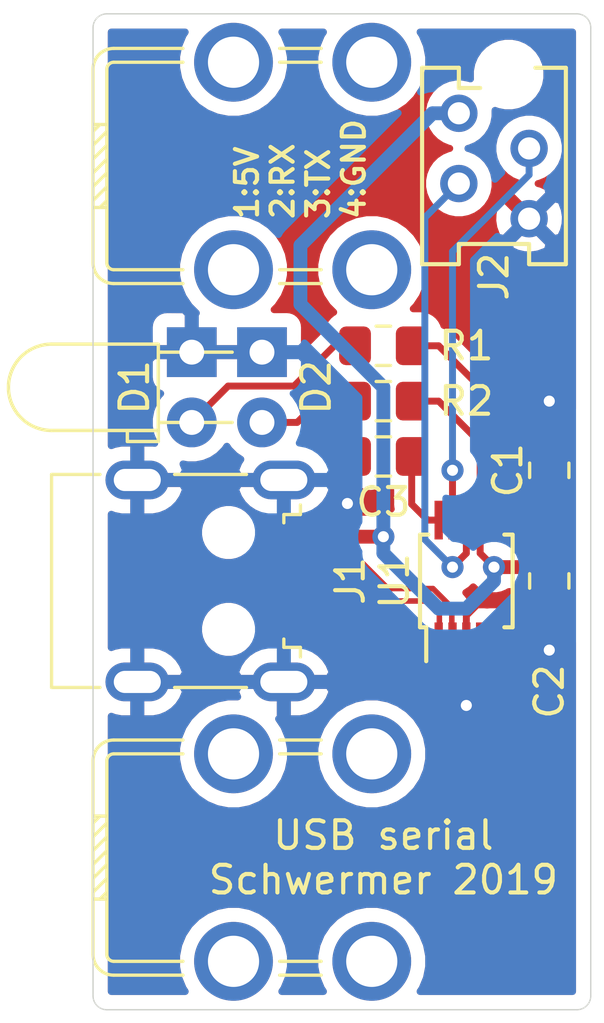
<source format=kicad_pcb>
(kicad_pcb (version 20171130) (host pcbnew 5.1.5)

  (general
    (thickness 1.6)
    (drawings 10)
    (tracks 71)
    (zones 0)
    (modules 12)
    (nets 14)
  )

  (page A4)
  (layers
    (0 F.Cu signal)
    (31 B.Cu signal)
    (32 B.Adhes user)
    (33 F.Adhes user)
    (34 B.Paste user)
    (35 F.Paste user)
    (36 B.SilkS user)
    (37 F.SilkS user)
    (38 B.Mask user)
    (39 F.Mask user)
    (40 Dwgs.User user)
    (41 Cmts.User user)
    (42 Eco1.User user)
    (43 Eco2.User user)
    (44 Edge.Cuts user)
    (45 Margin user)
    (46 B.CrtYd user)
    (47 F.CrtYd user)
    (48 B.Fab user hide)
    (49 F.Fab user hide)
  )

  (setup
    (last_trace_width 0.25)
    (user_trace_width 0.5)
    (trace_clearance 0.2)
    (zone_clearance 0.508)
    (zone_45_only no)
    (trace_min 0.2)
    (via_size 0.8)
    (via_drill 0.4)
    (via_min_size 0.4)
    (via_min_drill 0.3)
    (uvia_size 0.3)
    (uvia_drill 0.1)
    (uvias_allowed no)
    (uvia_min_size 0.2)
    (uvia_min_drill 0.1)
    (edge_width 0.05)
    (segment_width 0.2)
    (pcb_text_width 0.3)
    (pcb_text_size 1.5 1.5)
    (mod_edge_width 0.12)
    (mod_text_size 1 1)
    (mod_text_width 0.15)
    (pad_size 1.8 1.8)
    (pad_drill 0.9)
    (pad_to_mask_clearance 0.051)
    (solder_mask_min_width 0.25)
    (aux_axis_origin 0 0)
    (visible_elements FFFFFF7F)
    (pcbplotparams
      (layerselection 0x010fc_ffffffff)
      (usegerberextensions false)
      (usegerberattributes false)
      (usegerberadvancedattributes false)
      (creategerberjobfile false)
      (excludeedgelayer true)
      (linewidth 0.100000)
      (plotframeref false)
      (viasonmask false)
      (mode 1)
      (useauxorigin false)
      (hpglpennumber 1)
      (hpglpenspeed 20)
      (hpglpendiameter 15.000000)
      (psnegative false)
      (psa4output false)
      (plotreference true)
      (plotvalue true)
      (plotinvisibletext false)
      (padsonsilk false)
      (subtractmaskfromsilk false)
      (outputformat 1)
      (mirror false)
      (drillshape 0)
      (scaleselection 1)
      (outputdirectory "./gerber"))
  )

  (net 0 "")
  (net 1 GND)
  (net 2 "Net-(C3-Pad1)")
  (net 3 "Net-(J1-Pad4)")
  (net 4 "Net-(R1-Pad1)")
  (net 5 "Net-(D1-Pad2)")
  (net 6 "Net-(U1-Pad4)")
  (net 7 "Net-(U1-Pad5)")
  (net 8 "Net-(J2-Pad3)")
  (net 9 "Net-(J2-Pad2)")
  (net 10 "Net-(D2-Pad2)")
  (net 11 +5V)
  (net 12 /D-)
  (net 13 /D+)

  (net_class Default "This is the default net class."
    (clearance 0.2)
    (trace_width 0.25)
    (via_dia 0.8)
    (via_drill 0.4)
    (uvia_dia 0.3)
    (uvia_drill 0.1)
    (add_net +5V)
    (add_net /D+)
    (add_net /D-)
    (add_net GND)
    (add_net "Net-(C3-Pad1)")
    (add_net "Net-(D1-Pad2)")
    (add_net "Net-(D2-Pad2)")
    (add_net "Net-(J1-Pad4)")
    (add_net "Net-(J2-Pad2)")
    (add_net "Net-(J2-Pad3)")
    (add_net "Net-(R1-Pad1)")
    (add_net "Net-(U1-Pad4)")
    (add_net "Net-(U1-Pad5)")
  )

  (module simple-dac:KEYSTONE_7790 (layer F.Cu) (tedit 5E0614CA) (tstamp 5E0767DC)
    (at 110 120)
    (path /5E07D437)
    (fp_text reference H2 (at 2 0) (layer F.SilkS) hide
      (effects (font (size 1 1) (thickness 0.15)))
    )
    (fp_text value MountingHole (at 6.5 -6.25) (layer F.Fab)
      (effects (font (size 1 1) (thickness 0.15)))
    )
    (fp_line (start 0.5 1.25) (end 0.25 1.5) (layer F.SilkS) (width 0.12))
    (fp_line (start 0.25 -1.5) (end 0 -1.25) (layer F.SilkS) (width 0.12))
    (fp_line (start 0 1.25) (end 0.5 0.75) (layer F.SilkS) (width 0.12))
    (fp_line (start 0 0.75) (end 0.5 0.25) (layer F.SilkS) (width 0.12))
    (fp_line (start 0 0.25) (end 0.5 -0.25) (layer F.SilkS) (width 0.12))
    (fp_line (start 0 -0.25) (end 0.5 -0.75) (layer F.SilkS) (width 0.12))
    (fp_line (start 0 -0.75) (end 0.5 -1.25) (layer F.SilkS) (width 0.12))
    (fp_line (start 0 1.5) (end 0.5 1.5) (layer F.SilkS) (width 0.12))
    (fp_line (start 0 -1.5) (end 0.5 -1.5) (layer F.SilkS) (width 0.12))
    (fp_line (start 8.25 -3.75) (end 6.75 -3.75) (layer F.SilkS) (width 0.12))
    (fp_line (start 6.75 -4.25) (end 8.25 -4.25) (layer F.SilkS) (width 0.12))
    (fp_line (start 6.75 4.25) (end 8.25 4.25) (layer F.SilkS) (width 0.12))
    (fp_line (start 6.75 3.75) (end 8.25 3.75) (layer F.SilkS) (width 0.12))
    (fp_arc (start 0.75 3.5) (end 0.5 3.5) (angle -90) (layer F.SilkS) (width 0.12))
    (fp_arc (start 0.75 -3.5) (end 0.75 -3.75) (angle -90) (layer F.SilkS) (width 0.12))
    (fp_line (start 0.75 -3.75) (end 3.25 -3.75) (layer F.SilkS) (width 0.12))
    (fp_line (start 0.5 3.5) (end 0.5 -3.5) (layer F.SilkS) (width 0.12))
    (fp_line (start 3.25 3.75) (end 0.75 3.75) (layer F.SilkS) (width 0.12))
    (fp_line (start 0 -3.5) (end 0 3.5) (layer F.SilkS) (width 0.12))
    (fp_line (start 0.75 4.25) (end 3.25 4.25) (layer F.SilkS) (width 0.12))
    (fp_arc (start 0.75 3.5) (end 0 3.5) (angle -90) (layer F.SilkS) (width 0.12))
    (fp_arc (start 0.75 -3.5) (end 0.75 -4.25) (angle -90) (layer F.SilkS) (width 0.12))
    (fp_line (start 3.25 -4.25) (end 0.75 -4.25) (layer F.SilkS) (width 0.12))
    (pad 1 thru_hole circle (at 5.08 3.75) (size 2.85 2.85) (drill 1.85) (layers *.Cu *.Mask))
    (pad 1 thru_hole circle (at 10.08 3.75) (size 2.85 2.85) (drill 1.85) (layers *.Cu *.Mask))
    (pad 1 thru_hole circle (at 10.08 -3.75) (size 2.85 2.85) (drill 1.85) (layers *.Cu *.Mask))
    (pad 1 thru_hole circle (at 5.08 -3.75) (size 2.85 2.85) (drill 1.85) (layers *.Cu *.Mask))
    (model ${KIPRJMOD}/../simple-dac/footprints.pretty/packages3d/keystone-PN7790.STEP
      (at (xyz 0 0 0))
      (scale (xyz 1 1 1))
      (rotate (xyz -90 0 90))
    )
  )

  (module simple-dac:KEYSTONE_7790 (layer F.Cu) (tedit 5E0614CA) (tstamp 5E076836)
    (at 110 95)
    (path /5E07D0F9)
    (fp_text reference H1 (at 2 0) (layer F.SilkS) hide
      (effects (font (size 1 1) (thickness 0.15)))
    )
    (fp_text value MountingHole (at 6.5 -6.25) (layer F.Fab)
      (effects (font (size 1 1) (thickness 0.15)))
    )
    (fp_line (start 0.5 1.25) (end 0.25 1.5) (layer F.SilkS) (width 0.12))
    (fp_line (start 0.25 -1.5) (end 0 -1.25) (layer F.SilkS) (width 0.12))
    (fp_line (start 0 1.25) (end 0.5 0.75) (layer F.SilkS) (width 0.12))
    (fp_line (start 0 0.75) (end 0.5 0.25) (layer F.SilkS) (width 0.12))
    (fp_line (start 0 0.25) (end 0.5 -0.25) (layer F.SilkS) (width 0.12))
    (fp_line (start 0 -0.25) (end 0.5 -0.75) (layer F.SilkS) (width 0.12))
    (fp_line (start 0 -0.75) (end 0.5 -1.25) (layer F.SilkS) (width 0.12))
    (fp_line (start 0 1.5) (end 0.5 1.5) (layer F.SilkS) (width 0.12))
    (fp_line (start 0 -1.5) (end 0.5 -1.5) (layer F.SilkS) (width 0.12))
    (fp_line (start 8.25 -3.75) (end 6.75 -3.75) (layer F.SilkS) (width 0.12))
    (fp_line (start 6.75 -4.25) (end 8.25 -4.25) (layer F.SilkS) (width 0.12))
    (fp_line (start 6.75 4.25) (end 8.25 4.25) (layer F.SilkS) (width 0.12))
    (fp_line (start 6.75 3.75) (end 8.25 3.75) (layer F.SilkS) (width 0.12))
    (fp_arc (start 0.75 3.5) (end 0.5 3.5) (angle -90) (layer F.SilkS) (width 0.12))
    (fp_arc (start 0.75 -3.5) (end 0.75 -3.75) (angle -90) (layer F.SilkS) (width 0.12))
    (fp_line (start 0.75 -3.75) (end 3.25 -3.75) (layer F.SilkS) (width 0.12))
    (fp_line (start 0.5 3.5) (end 0.5 -3.5) (layer F.SilkS) (width 0.12))
    (fp_line (start 3.25 3.75) (end 0.75 3.75) (layer F.SilkS) (width 0.12))
    (fp_line (start 0 -3.5) (end 0 3.5) (layer F.SilkS) (width 0.12))
    (fp_line (start 0.75 4.25) (end 3.25 4.25) (layer F.SilkS) (width 0.12))
    (fp_arc (start 0.75 3.5) (end 0 3.5) (angle -90) (layer F.SilkS) (width 0.12))
    (fp_arc (start 0.75 -3.5) (end 0.75 -4.25) (angle -90) (layer F.SilkS) (width 0.12))
    (fp_line (start 3.25 -4.25) (end 0.75 -4.25) (layer F.SilkS) (width 0.12))
    (pad 1 thru_hole circle (at 5.08 3.75) (size 2.85 2.85) (drill 1.85) (layers *.Cu *.Mask))
    (pad 1 thru_hole circle (at 10.08 3.75) (size 2.85 2.85) (drill 1.85) (layers *.Cu *.Mask))
    (pad 1 thru_hole circle (at 10.08 -3.75) (size 2.85 2.85) (drill 1.85) (layers *.Cu *.Mask))
    (pad 1 thru_hole circle (at 5.08 -3.75) (size 2.85 2.85) (drill 1.85) (layers *.Cu *.Mask))
    (model ${KIPRJMOD}/../simple-dac/footprints.pretty/packages3d/keystone-PN7790.STEP
      (at (xyz 0 0 0))
      (scale (xyz 1 1 1))
      (rotate (xyz -90 0 90))
    )
  )

  (module Capacitor_SMD:C_0805_2012Metric_Pad1.15x1.40mm_HandSolder (layer F.Cu) (tedit 5B36C52B) (tstamp 5E078645)
    (at 126.5 106 90)
    (descr "Capacitor SMD 0805 (2012 Metric), square (rectangular) end terminal, IPC_7351 nominal with elongated pad for handsoldering. (Body size source: https://docs.google.com/spreadsheets/d/1BsfQQcO9C6DZCsRaXUlFlo91Tg2WpOkGARC1WS5S8t0/edit?usp=sharing), generated with kicad-footprint-generator")
    (tags "capacitor handsolder")
    (path /5E073E14)
    (attr smd)
    (fp_text reference C1 (at 0 -1.5 90) (layer F.SilkS)
      (effects (font (size 1 1) (thickness 0.15)))
    )
    (fp_text value 10µ (at 0 1.65 90) (layer F.Fab)
      (effects (font (size 1 1) (thickness 0.15)))
    )
    (fp_line (start -1 0.6) (end -1 -0.6) (layer F.Fab) (width 0.1))
    (fp_line (start -1 -0.6) (end 1 -0.6) (layer F.Fab) (width 0.1))
    (fp_line (start 1 -0.6) (end 1 0.6) (layer F.Fab) (width 0.1))
    (fp_line (start 1 0.6) (end -1 0.6) (layer F.Fab) (width 0.1))
    (fp_line (start -0.261252 -0.71) (end 0.261252 -0.71) (layer F.SilkS) (width 0.12))
    (fp_line (start -0.261252 0.71) (end 0.261252 0.71) (layer F.SilkS) (width 0.12))
    (fp_line (start -1.85 0.95) (end -1.85 -0.95) (layer F.CrtYd) (width 0.05))
    (fp_line (start -1.85 -0.95) (end 1.85 -0.95) (layer F.CrtYd) (width 0.05))
    (fp_line (start 1.85 -0.95) (end 1.85 0.95) (layer F.CrtYd) (width 0.05))
    (fp_line (start 1.85 0.95) (end -1.85 0.95) (layer F.CrtYd) (width 0.05))
    (fp_text user %R (at 0 0 90) (layer F.Fab)
      (effects (font (size 0.5 0.5) (thickness 0.08)))
    )
    (pad 1 smd roundrect (at -1.025 0 90) (size 1.15 1.4) (layers F.Cu F.Paste F.Mask) (roundrect_rratio 0.217391)
      (net 11 +5V))
    (pad 2 smd roundrect (at 1.025 0 90) (size 1.15 1.4) (layers F.Cu F.Paste F.Mask) (roundrect_rratio 0.217391)
      (net 1 GND))
    (model ${KISYS3DMOD}/Capacitor_SMD.3dshapes/C_0805_2012Metric.wrl
      (at (xyz 0 0 0))
      (scale (xyz 1 1 1))
      (rotate (xyz 0 0 0))
    )
  )

  (module Capacitor_SMD:C_0805_2012Metric_Pad1.15x1.40mm_HandSolder (layer F.Cu) (tedit 5B36C52B) (tstamp 5E078656)
    (at 126.5 110 270)
    (descr "Capacitor SMD 0805 (2012 Metric), square (rectangular) end terminal, IPC_7351 nominal with elongated pad for handsoldering. (Body size source: https://docs.google.com/spreadsheets/d/1BsfQQcO9C6DZCsRaXUlFlo91Tg2WpOkGARC1WS5S8t0/edit?usp=sharing), generated with kicad-footprint-generator")
    (tags "capacitor handsolder")
    (path /5E0739D3)
    (attr smd)
    (fp_text reference C2 (at 4 0 90) (layer F.SilkS)
      (effects (font (size 1 1) (thickness 0.15)))
    )
    (fp_text value 100n (at 0 1.65 90) (layer F.Fab)
      (effects (font (size 1 1) (thickness 0.15)))
    )
    (fp_line (start -1 0.6) (end -1 -0.6) (layer F.Fab) (width 0.1))
    (fp_line (start -1 -0.6) (end 1 -0.6) (layer F.Fab) (width 0.1))
    (fp_line (start 1 -0.6) (end 1 0.6) (layer F.Fab) (width 0.1))
    (fp_line (start 1 0.6) (end -1 0.6) (layer F.Fab) (width 0.1))
    (fp_line (start -0.261252 -0.71) (end 0.261252 -0.71) (layer F.SilkS) (width 0.12))
    (fp_line (start -0.261252 0.71) (end 0.261252 0.71) (layer F.SilkS) (width 0.12))
    (fp_line (start -1.85 0.95) (end -1.85 -0.95) (layer F.CrtYd) (width 0.05))
    (fp_line (start -1.85 -0.95) (end 1.85 -0.95) (layer F.CrtYd) (width 0.05))
    (fp_line (start 1.85 -0.95) (end 1.85 0.95) (layer F.CrtYd) (width 0.05))
    (fp_line (start 1.85 0.95) (end -1.85 0.95) (layer F.CrtYd) (width 0.05))
    (fp_text user %R (at 0 0 90) (layer F.Fab)
      (effects (font (size 0.5 0.5) (thickness 0.08)))
    )
    (pad 1 smd roundrect (at -1.025 0 270) (size 1.15 1.4) (layers F.Cu F.Paste F.Mask) (roundrect_rratio 0.217391)
      (net 11 +5V))
    (pad 2 smd roundrect (at 1.025 0 270) (size 1.15 1.4) (layers F.Cu F.Paste F.Mask) (roundrect_rratio 0.217391)
      (net 1 GND))
    (model ${KISYS3DMOD}/Capacitor_SMD.3dshapes/C_0805_2012Metric.wrl
      (at (xyz 0 0 0))
      (scale (xyz 1 1 1))
      (rotate (xyz 0 0 0))
    )
  )

  (module Capacitor_SMD:C_0805_2012Metric_Pad1.15x1.40mm_HandSolder (layer F.Cu) (tedit 5B36C52B) (tstamp 5E07AD1C)
    (at 120.5 105.5 180)
    (descr "Capacitor SMD 0805 (2012 Metric), square (rectangular) end terminal, IPC_7351 nominal with elongated pad for handsoldering. (Body size source: https://docs.google.com/spreadsheets/d/1BsfQQcO9C6DZCsRaXUlFlo91Tg2WpOkGARC1WS5S8t0/edit?usp=sharing), generated with kicad-footprint-generator")
    (tags "capacitor handsolder")
    (path /5E073BB1)
    (attr smd)
    (fp_text reference C3 (at 0 -1.65) (layer F.SilkS)
      (effects (font (size 1 1) (thickness 0.15)))
    )
    (fp_text value 100n (at 0 1.65) (layer F.Fab)
      (effects (font (size 1 1) (thickness 0.15)))
    )
    (fp_text user %R (at 0 0) (layer F.Fab)
      (effects (font (size 0.5 0.5) (thickness 0.08)))
    )
    (fp_line (start 1.85 0.95) (end -1.85 0.95) (layer F.CrtYd) (width 0.05))
    (fp_line (start 1.85 -0.95) (end 1.85 0.95) (layer F.CrtYd) (width 0.05))
    (fp_line (start -1.85 -0.95) (end 1.85 -0.95) (layer F.CrtYd) (width 0.05))
    (fp_line (start -1.85 0.95) (end -1.85 -0.95) (layer F.CrtYd) (width 0.05))
    (fp_line (start -0.261252 0.71) (end 0.261252 0.71) (layer F.SilkS) (width 0.12))
    (fp_line (start -0.261252 -0.71) (end 0.261252 -0.71) (layer F.SilkS) (width 0.12))
    (fp_line (start 1 0.6) (end -1 0.6) (layer F.Fab) (width 0.1))
    (fp_line (start 1 -0.6) (end 1 0.6) (layer F.Fab) (width 0.1))
    (fp_line (start -1 -0.6) (end 1 -0.6) (layer F.Fab) (width 0.1))
    (fp_line (start -1 0.6) (end -1 -0.6) (layer F.Fab) (width 0.1))
    (pad 2 smd roundrect (at 1.025 0 180) (size 1.15 1.4) (layers F.Cu F.Paste F.Mask) (roundrect_rratio 0.217391)
      (net 1 GND))
    (pad 1 smd roundrect (at -1.025 0 180) (size 1.15 1.4) (layers F.Cu F.Paste F.Mask) (roundrect_rratio 0.217391)
      (net 2 "Net-(C3-Pad1)"))
    (model ${KISYS3DMOD}/Capacitor_SMD.3dshapes/C_0805_2012Metric.wrl
      (at (xyz 0 0 0))
      (scale (xyz 1 1 1))
      (rotate (xyz 0 0 0))
    )
  )

  (module footprints:HIROSE_MX60-MB-5S8 (layer F.Cu) (tedit 5E07337F) (tstamp 5E078681)
    (at 114.9 110 270)
    (path /5E091778)
    (fp_text reference J1 (at 0 -4.4 90) (layer F.SilkS)
      (effects (font (size 1 1) (thickness 0.15)))
    )
    (fp_text value USB_B_Mini (at -5.25 0) (layer F.Fab)
      (effects (font (size 1 1) (thickness 0.15)))
    )
    (fp_line (start -3.85 6.4) (end 3.85 6.4) (layer F.SilkS) (width 0.12))
    (fp_line (start 3.85 6.4) (end 3.85 4.65) (layer F.SilkS) (width 0.12))
    (fp_line (start -3.85 6.4) (end -3.85 4.65) (layer F.SilkS) (width 0.12))
    (fp_line (start -3.85 1.95) (end -3.85 -0.65) (layer F.SilkS) (width 0.12))
    (fp_line (start 3.85 1.95) (end 3.85 -0.65) (layer F.SilkS) (width 0.12))
    (fp_line (start -2.75 -2.6) (end -2.4 -2.6) (layer F.SilkS) (width 0.12))
    (fp_line (start 2.75 -2.6) (end 2.4 -2.6) (layer F.SilkS) (width 0.12))
    (fp_line (start 2.4 -2) (end 2.4 -2.6) (layer F.SilkS) (width 0.12))
    (fp_line (start -2.4 -2.6) (end -2.4 -2) (layer F.SilkS) (width 0.12))
    (fp_line (start 2.4 -2) (end 2.1 -2) (layer F.SilkS) (width 0.12))
    (fp_line (start -2.4 -2) (end -2.1 -2) (layer F.SilkS) (width 0.12))
    (pad "" np_thru_hole circle (at -1.75 0 270) (size 0.9 0.9) (drill 0.9) (layers *.Cu *.Mask))
    (pad "" np_thru_hole circle (at 1.75 0 270) (size 0.9 0.9) (drill 0.9) (layers *.Cu *.Mask))
    (pad 1 smd rect (at -1.6 -2.25 270) (size 0.5 2) (layers F.Cu F.Paste F.Mask)
      (net 11 +5V))
    (pad 2 smd rect (at -0.8 -2.25 270) (size 0.5 2) (layers F.Cu F.Paste F.Mask)
      (net 12 /D-))
    (pad 3 smd rect (at 0 -2.25 270) (size 0.5 2) (layers F.Cu F.Paste F.Mask)
      (net 13 /D+))
    (pad 4 smd rect (at 0.8 -2.25 270) (size 0.5 2) (layers F.Cu F.Paste F.Mask)
      (net 3 "Net-(J1-Pad4)"))
    (pad 5 smd rect (at 1.6 -2.25 270) (size 0.5 2) (layers F.Cu F.Paste F.Mask)
      (net 1 GND))
    (pad 6 thru_hole oval (at -3.65 -2 270) (size 1.4 2.3) (drill oval 0.8 1.7) (layers *.Cu *.Mask)
      (net 1 GND))
    (pad 6 thru_hole oval (at 3.65 -2 270) (size 1.4 2.3) (drill oval 0.8 1.7) (layers *.Cu *.Mask)
      (net 1 GND))
    (pad 6 thru_hole oval (at -3.65 3.3 270) (size 1.4 2.3) (drill oval 0.8 1.7) (layers *.Cu *.Mask)
      (net 1 GND))
    (pad 6 thru_hole oval (at 3.65 3.3 270) (size 1.4 2.3) (drill oval 0.8 1.7) (layers *.Cu *.Mask)
      (net 1 GND))
  )

  (module Resistor_SMD:R_0805_2012Metric_Pad1.15x1.40mm_HandSolder (layer F.Cu) (tedit 5B36C52B) (tstamp 5E078692)
    (at 120.5 101.5 180)
    (descr "Resistor SMD 0805 (2012 Metric), square (rectangular) end terminal, IPC_7351 nominal with elongated pad for handsoldering. (Body size source: https://docs.google.com/spreadsheets/d/1BsfQQcO9C6DZCsRaXUlFlo91Tg2WpOkGARC1WS5S8t0/edit?usp=sharing), generated with kicad-footprint-generator")
    (tags "resistor handsolder")
    (path /5E0A4557)
    (attr smd)
    (fp_text reference R1 (at -3 0) (layer F.SilkS)
      (effects (font (size 1 1) (thickness 0.15)))
    )
    (fp_text value R (at 0 1.65) (layer F.Fab)
      (effects (font (size 1 1) (thickness 0.15)))
    )
    (fp_line (start -1 0.6) (end -1 -0.6) (layer F.Fab) (width 0.1))
    (fp_line (start -1 -0.6) (end 1 -0.6) (layer F.Fab) (width 0.1))
    (fp_line (start 1 -0.6) (end 1 0.6) (layer F.Fab) (width 0.1))
    (fp_line (start 1 0.6) (end -1 0.6) (layer F.Fab) (width 0.1))
    (fp_line (start -0.261252 -0.71) (end 0.261252 -0.71) (layer F.SilkS) (width 0.12))
    (fp_line (start -0.261252 0.71) (end 0.261252 0.71) (layer F.SilkS) (width 0.12))
    (fp_line (start -1.85 0.95) (end -1.85 -0.95) (layer F.CrtYd) (width 0.05))
    (fp_line (start -1.85 -0.95) (end 1.85 -0.95) (layer F.CrtYd) (width 0.05))
    (fp_line (start 1.85 -0.95) (end 1.85 0.95) (layer F.CrtYd) (width 0.05))
    (fp_line (start 1.85 0.95) (end -1.85 0.95) (layer F.CrtYd) (width 0.05))
    (fp_text user %R (at 0 0) (layer F.Fab)
      (effects (font (size 0.5 0.5) (thickness 0.08)))
    )
    (pad 1 smd roundrect (at -1.025 0 180) (size 1.15 1.4) (layers F.Cu F.Paste F.Mask) (roundrect_rratio 0.217391)
      (net 4 "Net-(R1-Pad1)"))
    (pad 2 smd roundrect (at 1.025 0 180) (size 1.15 1.4) (layers F.Cu F.Paste F.Mask) (roundrect_rratio 0.217391)
      (net 5 "Net-(D1-Pad2)"))
    (model ${KISYS3DMOD}/Resistor_SMD.3dshapes/R_0805_2012Metric.wrl
      (at (xyz 0 0 0))
      (scale (xyz 1 1 1))
      (rotate (xyz 0 0 0))
    )
  )

  (module Package_SO:MSOP-10_3x3mm_P0.5mm (layer F.Cu) (tedit 5A02F25C) (tstamp 5E0786B1)
    (at 123.5 110 90)
    (descr "10-Lead Plastic Micro Small Outline Package (MS) [MSOP] (see Microchip Packaging Specification 00000049BS.pdf)")
    (tags "SSOP 0.5")
    (path /5E0959E5)
    (attr smd)
    (fp_text reference U1 (at 0 -2.6 90) (layer F.SilkS)
      (effects (font (size 1 1) (thickness 0.15)))
    )
    (fp_text value CH340E (at 0 2.6 90) (layer F.Fab)
      (effects (font (size 1 1) (thickness 0.15)))
    )
    (fp_line (start -0.5 -1.5) (end 1.5 -1.5) (layer F.Fab) (width 0.15))
    (fp_line (start 1.5 -1.5) (end 1.5 1.5) (layer F.Fab) (width 0.15))
    (fp_line (start 1.5 1.5) (end -1.5 1.5) (layer F.Fab) (width 0.15))
    (fp_line (start -1.5 1.5) (end -1.5 -0.5) (layer F.Fab) (width 0.15))
    (fp_line (start -1.5 -0.5) (end -0.5 -1.5) (layer F.Fab) (width 0.15))
    (fp_line (start -3.15 -1.85) (end -3.15 1.85) (layer F.CrtYd) (width 0.05))
    (fp_line (start 3.15 -1.85) (end 3.15 1.85) (layer F.CrtYd) (width 0.05))
    (fp_line (start -3.15 -1.85) (end 3.15 -1.85) (layer F.CrtYd) (width 0.05))
    (fp_line (start -3.15 1.85) (end 3.15 1.85) (layer F.CrtYd) (width 0.05))
    (fp_line (start -1.675 -1.675) (end -1.675 -1.45) (layer F.SilkS) (width 0.15))
    (fp_line (start 1.675 -1.675) (end 1.675 -1.375) (layer F.SilkS) (width 0.15))
    (fp_line (start 1.675 1.675) (end 1.675 1.375) (layer F.SilkS) (width 0.15))
    (fp_line (start -1.675 1.675) (end -1.675 1.375) (layer F.SilkS) (width 0.15))
    (fp_line (start -1.675 -1.675) (end 1.675 -1.675) (layer F.SilkS) (width 0.15))
    (fp_line (start -1.675 1.675) (end 1.675 1.675) (layer F.SilkS) (width 0.15))
    (fp_line (start -1.675 -1.45) (end -2.9 -1.45) (layer F.SilkS) (width 0.15))
    (fp_text user %R (at 0 0 90) (layer F.Fab)
      (effects (font (size 0.6 0.6) (thickness 0.15)))
    )
    (pad 1 smd rect (at -2.2 -1 90) (size 1.4 0.3) (layers F.Cu F.Paste F.Mask)
      (net 13 /D+))
    (pad 2 smd rect (at -2.2 -0.5 90) (size 1.4 0.3) (layers F.Cu F.Paste F.Mask)
      (net 12 /D-))
    (pad 3 smd rect (at -2.2 0 90) (size 1.4 0.3) (layers F.Cu F.Paste F.Mask)
      (net 1 GND))
    (pad 4 smd rect (at -2.2 0.5 90) (size 1.4 0.3) (layers F.Cu F.Paste F.Mask)
      (net 6 "Net-(U1-Pad4)"))
    (pad 5 smd rect (at -2.2 1 90) (size 1.4 0.3) (layers F.Cu F.Paste F.Mask)
      (net 7 "Net-(U1-Pad5)"))
    (pad 6 smd rect (at 2.2 1 90) (size 1.4 0.3) (layers F.Cu F.Paste F.Mask)
      (net 4 "Net-(R1-Pad1)"))
    (pad 7 smd rect (at 2.2 0.5 90) (size 1.4 0.3) (layers F.Cu F.Paste F.Mask)
      (net 11 +5V))
    (pad 8 smd rect (at 2.2 0 90) (size 1.4 0.3) (layers F.Cu F.Paste F.Mask)
      (net 8 "Net-(J2-Pad3)"))
    (pad 9 smd rect (at 2.2 -0.5 90) (size 1.4 0.3) (layers F.Cu F.Paste F.Mask)
      (net 9 "Net-(J2-Pad2)"))
    (pad 10 smd rect (at 2.2 -1 90) (size 1.4 0.3) (layers F.Cu F.Paste F.Mask)
      (net 2 "Net-(C3-Pad1)"))
    (model ${KISYS3DMOD}/Package_SO.3dshapes/MSOP-10_3x3mm_P0.5mm.wrl
      (at (xyz 0 0 0))
      (scale (xyz 1 1 1))
      (rotate (xyz 0 0 0))
    )
  )

  (module LED_THT:LED_D3.0mm_Horizontal_O1.27mm_Z2.0mm (layer F.Cu) (tedit 5880A862) (tstamp 5E079773)
    (at 113.57 101.73 270)
    (descr "LED, diameter 3.0mm z-position of LED center 2.0mm, 2 pins")
    (tags "LED diameter 3.0mm z-position of LED center 2.0mm 2 pins")
    (path /5E072A88)
    (fp_text reference D1 (at 1.27 2.07 90) (layer F.SilkS)
      (effects (font (size 1 1) (thickness 0.15)))
    )
    (fp_text value RED (at 1.27 7.63 90) (layer F.Fab)
      (effects (font (size 1 1) (thickness 0.15)))
    )
    (fp_arc (start 1.27 5.07) (end -0.23 5.07) (angle -180) (layer F.Fab) (width 0.1))
    (fp_arc (start 1.27 5.07) (end -0.29 5.07) (angle -180) (layer F.SilkS) (width 0.12))
    (fp_line (start -0.23 1.27) (end -0.23 5.07) (layer F.Fab) (width 0.1))
    (fp_line (start 2.77 1.27) (end 2.77 5.07) (layer F.Fab) (width 0.1))
    (fp_line (start -0.23 1.27) (end 2.77 1.27) (layer F.Fab) (width 0.1))
    (fp_line (start 3.17 1.27) (end 3.17 2.27) (layer F.Fab) (width 0.1))
    (fp_line (start 3.17 2.27) (end 2.77 2.27) (layer F.Fab) (width 0.1))
    (fp_line (start 2.77 2.27) (end 2.77 1.27) (layer F.Fab) (width 0.1))
    (fp_line (start 2.77 1.27) (end 3.17 1.27) (layer F.Fab) (width 0.1))
    (fp_line (start 0 0) (end 0 1.27) (layer F.Fab) (width 0.1))
    (fp_line (start 0 1.27) (end 0 1.27) (layer F.Fab) (width 0.1))
    (fp_line (start 0 1.27) (end 0 0) (layer F.Fab) (width 0.1))
    (fp_line (start 0 0) (end 0 0) (layer F.Fab) (width 0.1))
    (fp_line (start 2.54 0) (end 2.54 1.27) (layer F.Fab) (width 0.1))
    (fp_line (start 2.54 1.27) (end 2.54 1.27) (layer F.Fab) (width 0.1))
    (fp_line (start 2.54 1.27) (end 2.54 0) (layer F.Fab) (width 0.1))
    (fp_line (start 2.54 0) (end 2.54 0) (layer F.Fab) (width 0.1))
    (fp_line (start -0.29 1.21) (end -0.29 5.07) (layer F.SilkS) (width 0.12))
    (fp_line (start 2.83 1.21) (end 2.83 5.07) (layer F.SilkS) (width 0.12))
    (fp_line (start -0.29 1.21) (end 2.83 1.21) (layer F.SilkS) (width 0.12))
    (fp_line (start 3.23 1.21) (end 3.23 2.33) (layer F.SilkS) (width 0.12))
    (fp_line (start 3.23 2.33) (end 2.83 2.33) (layer F.SilkS) (width 0.12))
    (fp_line (start 2.83 2.33) (end 2.83 1.21) (layer F.SilkS) (width 0.12))
    (fp_line (start 2.83 1.21) (end 3.23 1.21) (layer F.SilkS) (width 0.12))
    (fp_line (start 0 1.08) (end 0 1.21) (layer F.SilkS) (width 0.12))
    (fp_line (start 0 1.21) (end 0 1.21) (layer F.SilkS) (width 0.12))
    (fp_line (start 0 1.21) (end 0 1.08) (layer F.SilkS) (width 0.12))
    (fp_line (start 0 1.08) (end 0 1.08) (layer F.SilkS) (width 0.12))
    (fp_line (start 2.54 1.08) (end 2.54 1.21) (layer F.SilkS) (width 0.12))
    (fp_line (start 2.54 1.21) (end 2.54 1.21) (layer F.SilkS) (width 0.12))
    (fp_line (start 2.54 1.21) (end 2.54 1.08) (layer F.SilkS) (width 0.12))
    (fp_line (start 2.54 1.08) (end 2.54 1.08) (layer F.SilkS) (width 0.12))
    (fp_line (start -1.25 -1.25) (end -1.25 6.9) (layer F.CrtYd) (width 0.05))
    (fp_line (start -1.25 6.9) (end 3.75 6.9) (layer F.CrtYd) (width 0.05))
    (fp_line (start 3.75 6.9) (end 3.75 -1.25) (layer F.CrtYd) (width 0.05))
    (fp_line (start 3.75 -1.25) (end -1.25 -1.25) (layer F.CrtYd) (width 0.05))
    (pad 1 thru_hole rect (at 0 0 270) (size 1.8 1.8) (drill 0.9) (layers *.Cu *.Mask)
      (net 1 GND))
    (pad 2 thru_hole circle (at 2.54 0 270) (size 1.8 1.8) (drill 0.9) (layers *.Cu *.Mask)
      (net 5 "Net-(D1-Pad2)"))
    (model ${KISYS3DMOD}/LED_THT.3dshapes/LED_D3.0mm_Horizontal_O1.27mm_Z2.0mm.wrl
      (at (xyz 0 0 0))
      (scale (xyz 1 1 1))
      (rotate (xyz 0 0 0))
    )
  )

  (module micro-match:TE_MICRO-MATCH_FOB.04P (layer F.Cu) (tedit 5E008A97) (tstamp 5E078DBC)
    (at 124.5 95 90)
    (path /5E06DA4C)
    (fp_text reference J2 (at -4 0 90) (layer F.SilkS)
      (effects (font (size 1 1) (thickness 0.15)))
    )
    (fp_text value Conn_02x02_Odd_Even (at 0 -3.5 90) (layer F.Fab)
      (effects (font (size 1 1) (thickness 0.15)))
    )
    (fp_line (start -3.55 -2.6) (end 3.55 -2.6) (layer F.SilkS) (width 0.15))
    (fp_line (start 3.55 -2.6) (end 3.55 -1.27) (layer F.SilkS) (width 0.15))
    (fp_line (start 3.55 -1.27) (end 2.82 -1.27) (layer F.SilkS) (width 0.15))
    (fp_line (start 2.82 -1.27) (end 2.82 -0.5) (layer F.SilkS) (width 0.15))
    (fp_line (start 3.55 2.6) (end 3.55 1.5) (layer F.SilkS) (width 0.15))
    (fp_line (start -3.55 2.6) (end 3.55 2.6) (layer F.SilkS) (width 0.15))
    (fp_line (start -3.55 -2.6) (end -3.55 -1.27) (layer F.SilkS) (width 0.15))
    (fp_line (start -3.55 -1.27) (end -2.82 -1.27) (layer F.SilkS) (width 0.15))
    (fp_line (start -2.82 -1.27) (end -2.82 1.27) (layer F.SilkS) (width 0.15))
    (fp_line (start -3.55 1.27) (end -2.82 1.27) (layer F.SilkS) (width 0.15))
    (fp_line (start -3.55 2.6) (end -3.55 1.27) (layer F.SilkS) (width 0.15))
    (fp_line (start -4.3 -3.1) (end 4.3 -3.1) (layer F.CrtYd) (width 0.05))
    (fp_line (start 4.3 -3.1) (end 4.3 3.1) (layer F.CrtYd) (width 0.05))
    (fp_line (start 4.3 3.1) (end -4.3 3.1) (layer F.CrtYd) (width 0.05))
    (fp_line (start -4.3 3.1) (end -4.3 -3.1) (layer F.CrtYd) (width 0.05))
    (pad 1 thru_hole circle (at 1.905 -1.27 90) (size 1.35 1.35) (drill 0.8) (layers *.Cu *.Mask)
      (net 11 +5V))
    (pad 2 thru_hole circle (at 0.635 1.27 90) (size 1.35 1.35) (drill 0.8) (layers *.Cu *.Mask)
      (net 9 "Net-(J2-Pad2)"))
    (pad 3 thru_hole circle (at -0.635 -1.27 90) (size 1.35 1.35) (drill 0.8) (layers *.Cu *.Mask)
      (net 8 "Net-(J2-Pad3)"))
    (pad 4 thru_hole circle (at -1.905 1.27 90) (size 1.35 1.35) (drill 0.8) (layers *.Cu *.Mask)
      (net 1 GND))
    (pad "" np_thru_hole circle (at 3.305 0.53 90) (size 1.5 1.5) (drill 1.5) (layers *.Cu *.Mask))
    (model ${KIPRJMOD}/../micro-match.pretty/packages3d/c-215079-4-t-3d.stp
      (offset (xyz 0 0 4))
      (scale (xyz 1 1 1))
      (rotate (xyz 0 0 0))
    )
  )

  (module Resistor_SMD:R_0805_2012Metric_Pad1.15x1.40mm_HandSolder (layer F.Cu) (tedit 5B36C52B) (tstamp 5E07B2C1)
    (at 120.5 103.5)
    (descr "Resistor SMD 0805 (2012 Metric), square (rectangular) end terminal, IPC_7351 nominal with elongated pad for handsoldering. (Body size source: https://docs.google.com/spreadsheets/d/1BsfQQcO9C6DZCsRaXUlFlo91Tg2WpOkGARC1WS5S8t0/edit?usp=sharing), generated with kicad-footprint-generator")
    (tags "resistor handsolder")
    (path /5E0DEA58)
    (attr smd)
    (fp_text reference R2 (at 3 0) (layer F.SilkS)
      (effects (font (size 1 1) (thickness 0.15)))
    )
    (fp_text value R (at 0 1.65) (layer F.Fab)
      (effects (font (size 1 1) (thickness 0.15)))
    )
    (fp_line (start -1 0.6) (end -1 -0.6) (layer F.Fab) (width 0.1))
    (fp_line (start -1 -0.6) (end 1 -0.6) (layer F.Fab) (width 0.1))
    (fp_line (start 1 -0.6) (end 1 0.6) (layer F.Fab) (width 0.1))
    (fp_line (start 1 0.6) (end -1 0.6) (layer F.Fab) (width 0.1))
    (fp_line (start -0.261252 -0.71) (end 0.261252 -0.71) (layer F.SilkS) (width 0.12))
    (fp_line (start -0.261252 0.71) (end 0.261252 0.71) (layer F.SilkS) (width 0.12))
    (fp_line (start -1.85 0.95) (end -1.85 -0.95) (layer F.CrtYd) (width 0.05))
    (fp_line (start -1.85 -0.95) (end 1.85 -0.95) (layer F.CrtYd) (width 0.05))
    (fp_line (start 1.85 -0.95) (end 1.85 0.95) (layer F.CrtYd) (width 0.05))
    (fp_line (start 1.85 0.95) (end -1.85 0.95) (layer F.CrtYd) (width 0.05))
    (fp_text user %R (at 0 0) (layer F.Fab)
      (effects (font (size 0.5 0.5) (thickness 0.08)))
    )
    (pad 1 smd roundrect (at -1.025 0) (size 1.15 1.4) (layers F.Cu F.Paste F.Mask) (roundrect_rratio 0.217391)
      (net 10 "Net-(D2-Pad2)"))
    (pad 2 smd roundrect (at 1.025 0) (size 1.15 1.4) (layers F.Cu F.Paste F.Mask) (roundrect_rratio 0.217391)
      (net 11 +5V))
    (model ${KISYS3DMOD}/Resistor_SMD.3dshapes/R_0805_2012Metric.wrl
      (at (xyz 0 0 0))
      (scale (xyz 1 1 1))
      (rotate (xyz 0 0 0))
    )
  )

  (module LED_THT:LED_D3.0mm_Horizontal_O3.81mm_Z6.0mm (layer F.Cu) (tedit 5880A862) (tstamp 5E0796F5)
    (at 116.11 101.73 270)
    (descr "LED, diameter 3.0mm z-position of LED center 2.0mm, 2 pins, diameter 3.0mm z-position of LED center 2.0mm, 2 pins, diameter 3.0mm z-position of LED center 2.0mm, 2 pins, diameter 3.0mm z-position of LED center 6.0mm, 2 pins, diameter 3.0mm z-position of LED center 6.0mm, 2 pins")
    (tags "LED diameter 3.0mm z-position of LED center 2.0mm 2 pins diameter 3.0mm z-position of LED center 2.0mm 2 pins diameter 3.0mm z-position of LED center 2.0mm 2 pins diameter 3.0mm z-position of LED center 6.0mm 2 pins diameter 3.0mm z-position of LED center 6.0mm 2 pins")
    (path /5E0DF197)
    (fp_text reference D2 (at 1.27 -1.96 90) (layer F.SilkS)
      (effects (font (size 1 1) (thickness 0.15)))
    )
    (fp_text value GREEN (at 1.27 10.17 90) (layer F.Fab)
      (effects (font (size 1 1) (thickness 0.15)))
    )
    (fp_arc (start 1.27 7.61) (end -0.23 7.61) (angle -180) (layer F.Fab) (width 0.1))
    (fp_arc (start 1.27 7.61) (end -0.29 7.61) (angle -180) (layer F.SilkS) (width 0.12))
    (fp_line (start -0.23 3.81) (end -0.23 7.61) (layer F.Fab) (width 0.1))
    (fp_line (start 2.77 3.81) (end 2.77 7.61) (layer F.Fab) (width 0.1))
    (fp_line (start -0.23 3.81) (end 2.77 3.81) (layer F.Fab) (width 0.1))
    (fp_line (start 3.17 3.81) (end 3.17 4.81) (layer F.Fab) (width 0.1))
    (fp_line (start 3.17 4.81) (end 2.77 4.81) (layer F.Fab) (width 0.1))
    (fp_line (start 2.77 4.81) (end 2.77 3.81) (layer F.Fab) (width 0.1))
    (fp_line (start 2.77 3.81) (end 3.17 3.81) (layer F.Fab) (width 0.1))
    (fp_line (start 0 0) (end 0 3.81) (layer F.Fab) (width 0.1))
    (fp_line (start 0 3.81) (end 0 3.81) (layer F.Fab) (width 0.1))
    (fp_line (start 0 3.81) (end 0 0) (layer F.Fab) (width 0.1))
    (fp_line (start 0 0) (end 0 0) (layer F.Fab) (width 0.1))
    (fp_line (start 2.54 0) (end 2.54 3.81) (layer F.Fab) (width 0.1))
    (fp_line (start 2.54 3.81) (end 2.54 3.81) (layer F.Fab) (width 0.1))
    (fp_line (start 2.54 3.81) (end 2.54 0) (layer F.Fab) (width 0.1))
    (fp_line (start 2.54 0) (end 2.54 0) (layer F.Fab) (width 0.1))
    (fp_line (start -0.29 3.75) (end -0.29 7.61) (layer F.SilkS) (width 0.12))
    (fp_line (start 2.83 3.75) (end 2.83 7.61) (layer F.SilkS) (width 0.12))
    (fp_line (start -0.29 3.75) (end 2.83 3.75) (layer F.SilkS) (width 0.12))
    (fp_line (start 3.23 3.75) (end 3.23 4.87) (layer F.SilkS) (width 0.12))
    (fp_line (start 3.23 4.87) (end 2.83 4.87) (layer F.SilkS) (width 0.12))
    (fp_line (start 2.83 4.87) (end 2.83 3.75) (layer F.SilkS) (width 0.12))
    (fp_line (start 2.83 3.75) (end 3.23 3.75) (layer F.SilkS) (width 0.12))
    (fp_line (start 0 1.08) (end 0 3.75) (layer F.SilkS) (width 0.12))
    (fp_line (start 0 3.75) (end 0 3.75) (layer F.SilkS) (width 0.12))
    (fp_line (start 0 3.75) (end 0 1.08) (layer F.SilkS) (width 0.12))
    (fp_line (start 0 1.08) (end 0 1.08) (layer F.SilkS) (width 0.12))
    (fp_line (start 2.54 1.08) (end 2.54 3.75) (layer F.SilkS) (width 0.12))
    (fp_line (start 2.54 3.75) (end 2.54 3.75) (layer F.SilkS) (width 0.12))
    (fp_line (start 2.54 3.75) (end 2.54 1.08) (layer F.SilkS) (width 0.12))
    (fp_line (start 2.54 1.08) (end 2.54 1.08) (layer F.SilkS) (width 0.12))
    (fp_line (start -1.25 -1.25) (end -1.25 9.45) (layer F.CrtYd) (width 0.05))
    (fp_line (start -1.25 9.45) (end 3.75 9.45) (layer F.CrtYd) (width 0.05))
    (fp_line (start 3.75 9.45) (end 3.75 -1.25) (layer F.CrtYd) (width 0.05))
    (fp_line (start 3.75 -1.25) (end -1.25 -1.25) (layer F.CrtYd) (width 0.05))
    (pad 1 thru_hole rect (at 0 0 270) (size 1.8 1.8) (drill 0.9) (layers *.Cu *.Mask)
      (net 1 GND))
    (pad 2 thru_hole circle (at 2.54 0 270) (size 1.8 1.8) (drill 0.9) (layers *.Cu *.Mask)
      (net 10 "Net-(D2-Pad2)"))
    (model ${KISYS3DMOD}/LED_THT.3dshapes/LED_D3.0mm_Horizontal_O3.81mm_Z6.0mm.wrl
      (at (xyz 0 0 0))
      (scale (xyz 1 1 1))
      (rotate (xyz 0 0 0))
    )
  )

  (gr_arc (start 110.5 125) (end 110 125) (angle -90) (layer Edge.Cuts) (width 0.05))
  (gr_arc (start 127.5 125) (end 127.5 125.5) (angle -90) (layer Edge.Cuts) (width 0.05))
  (gr_arc (start 127.5 90) (end 128 90) (angle -90) (layer Edge.Cuts) (width 0.05))
  (gr_arc (start 110.5 90) (end 110.5 89.5) (angle -90) (layer Edge.Cuts) (width 0.05))
  (gr_text "USB serial\nSchwermer 2019" (at 120.5 120) (layer F.SilkS)
    (effects (font (size 1 1) (thickness 0.15)))
  )
  (gr_text "1:5V\n2:RX\n3:TX\n4:GND" (at 117.5 97 90) (layer F.SilkS)
    (effects (font (size 0.8 0.8) (thickness 0.15)) (justify left))
  )
  (gr_line (start 110 125) (end 110 90) (layer Edge.Cuts) (width 0.05) (tstamp 5E079748))
  (gr_line (start 127.5 125.5) (end 110.5 125.5) (layer Edge.Cuts) (width 0.05))
  (gr_line (start 128 90) (end 128 125) (layer Edge.Cuts) (width 0.05))
  (gr_line (start 110.5 89.5) (end 127.5 89.5) (layer Edge.Cuts) (width 0.05))

  (segment (start 123.5 112.2) (end 123.5 113.5) (width 0.25) (layer F.Cu) (net 1))
  (segment (start 123.5 111.25) (end 124 110.75) (width 0.25) (layer F.Cu) (net 1))
  (segment (start 123.5 112.2) (end 123.5 111.25) (width 0.25) (layer F.Cu) (net 1))
  (segment (start 117.15 111.6) (end 118.9 111.6) (width 0.5) (layer F.Cu) (net 1))
  (via (at 119.2 107.2) (size 0.8) (drill 0.4) (layers F.Cu B.Cu) (net 1))
  (via (at 123.5 114.5) (size 0.8) (drill 0.4) (layers F.Cu B.Cu) (net 1))
  (via (at 126.5 112.5) (size 0.8) (drill 0.4) (layers F.Cu B.Cu) (net 1))
  (via (at 126.5 103.5) (size 0.8) (drill 0.4) (layers F.Cu B.Cu) (net 1))
  (segment (start 122.1 107.8) (end 122.5 107.8) (width 0.25) (layer F.Cu) (net 2))
  (segment (start 121.525 105.5) (end 121.525 107.225) (width 0.25) (layer F.Cu) (net 2))
  (segment (start 121.525 107.225) (end 122.1 107.8) (width 0.25) (layer F.Cu) (net 2))
  (segment (start 122.5 101.5) (end 121.525 101.5) (width 0.25) (layer F.Cu) (net 4))
  (segment (start 124.5 107.8) (end 124.5 103.5) (width 0.25) (layer F.Cu) (net 4))
  (segment (start 124.5 103.5) (end 122.5 101.5) (width 0.25) (layer F.Cu) (net 4))
  (segment (start 117.270001 102.955001) (end 114.884999 102.955001) (width 0.25) (layer F.Cu) (net 5))
  (segment (start 119.475 101.5) (end 118.725002 101.5) (width 0.25) (layer F.Cu) (net 5))
  (segment (start 114.884999 102.955001) (end 113.57 104.27) (width 0.25) (layer F.Cu) (net 5))
  (segment (start 118.725002 101.5) (end 117.270001 102.955001) (width 0.25) (layer F.Cu) (net 5))
  (via (at 123 109.5) (size 0.8) (drill 0.4) (layers F.Cu B.Cu) (net 8))
  (segment (start 122 96.865) (end 123.23 95.635) (width 0.25) (layer B.Cu) (net 8))
  (segment (start 123 109.5) (end 122 108.5) (width 0.25) (layer B.Cu) (net 8))
  (segment (start 122 108.5) (end 122 96.865) (width 0.25) (layer B.Cu) (net 8))
  (segment (start 123.5 107.8) (end 123.5 109) (width 0.25) (layer F.Cu) (net 8))
  (segment (start 123.5 109) (end 123 109.5) (width 0.25) (layer F.Cu) (net 8))
  (via (at 123 106) (size 0.8) (drill 0.4) (layers F.Cu B.Cu) (net 9))
  (segment (start 123 107.8) (end 123 106) (width 0.25) (layer F.Cu) (net 9))
  (segment (start 125.77 95.319594) (end 125.77 94.365) (width 0.25) (layer B.Cu) (net 9))
  (segment (start 123 106) (end 123 98.089594) (width 0.25) (layer B.Cu) (net 9))
  (segment (start 123 98.089594) (end 125.77 95.319594) (width 0.25) (layer B.Cu) (net 9))
  (segment (start 117.382792 104.27) (end 118.152792 103.5) (width 0.25) (layer F.Cu) (net 10))
  (segment (start 116.11 104.27) (end 117.382792 104.27) (width 0.25) (layer F.Cu) (net 10))
  (segment (start 118.152792 103.5) (end 119.475 103.5) (width 0.25) (layer F.Cu) (net 10))
  (segment (start 126.5 108.975) (end 126.5 107.025) (width 0.5) (layer F.Cu) (net 11))
  (via (at 124.5 109.5) (size 0.8) (drill 0.4) (layers F.Cu B.Cu) (net 11))
  (segment (start 124 107.8) (end 124 109) (width 0.25) (layer F.Cu) (net 11))
  (segment (start 124 109) (end 124.5 109.5) (width 0.25) (layer F.Cu) (net 11))
  (segment (start 123.5 111) (end 124.5 110) (width 0.5) (layer B.Cu) (net 11))
  (via (at 120.5 108.4) (size 0.8) (drill 0.4) (layers F.Cu B.Cu) (net 11))
  (segment (start 117.15 108.4) (end 120.5 108.4) (width 0.5) (layer F.Cu) (net 11))
  (segment (start 124.5 110) (end 124.5 109.5) (width 0.5) (layer B.Cu) (net 11))
  (segment (start 120.5 108.4) (end 120.5 109) (width 0.5) (layer B.Cu) (net 11))
  (segment (start 122.5 111) (end 123.5 111) (width 0.5) (layer B.Cu) (net 11))
  (segment (start 120.5 109) (end 122.5 111) (width 0.5) (layer B.Cu) (net 11))
  (segment (start 122.275406 93.095) (end 123.23 93.095) (width 0.5) (layer B.Cu) (net 11))
  (segment (start 117.5 97.870406) (end 122.275406 93.095) (width 0.5) (layer B.Cu) (net 11))
  (segment (start 120.5 108.4) (end 120.5 103) (width 0.5) (layer B.Cu) (net 11))
  (segment (start 117.5 100) (end 117.5 97.870406) (width 0.5) (layer B.Cu) (net 11))
  (segment (start 120.5 103) (end 117.5 100) (width 0.5) (layer B.Cu) (net 11))
  (segment (start 125.975 109.5) (end 126.5 108.975) (width 0.5) (layer F.Cu) (net 11))
  (segment (start 124.5 109.5) (end 125.975 109.5) (width 0.5) (layer F.Cu) (net 11))
  (segment (start 121.525 103.5) (end 122.5 103.5) (width 0.25) (layer F.Cu) (net 11))
  (segment (start 122.5 103.5) (end 124 105) (width 0.25) (layer F.Cu) (net 11))
  (segment (start 124 105) (end 124 107.8) (width 0.25) (layer F.Cu) (net 11))
  (segment (start 122.975 111.625) (end 122.975 110.9568) (width 0.2) (layer F.Cu) (net 12))
  (segment (start 123 111.65) (end 122.975 111.625) (width 0.2) (layer F.Cu) (net 12))
  (segment (start 123 112.2) (end 123 111.65) (width 0.2) (layer F.Cu) (net 12))
  (segment (start 122.975 110.9568) (end 122.2932 110.275) (width 0.2) (layer F.Cu) (net 12))
  (segment (start 122.2932 110.275) (end 120.6682 110.275) (width 0.2) (layer F.Cu) (net 12))
  (segment (start 118.825001 109.375) (end 118.650001 109.2) (width 0.2) (layer F.Cu) (net 12))
  (segment (start 119.7682 109.375) (end 118.825001 109.375) (width 0.2) (layer F.Cu) (net 12))
  (segment (start 120.6682 110.275) (end 119.7682 109.375) (width 0.2) (layer F.Cu) (net 12))
  (segment (start 118.650001 109.2) (end 117.15 109.2) (width 0.2) (layer F.Cu) (net 12))
  (segment (start 122.5 112.2) (end 122.5 111.65) (width 0.2) (layer F.Cu) (net 13))
  (segment (start 122.5 111.65) (end 122.525 111.625) (width 0.2) (layer F.Cu) (net 13))
  (segment (start 122.525 111.625) (end 122.525 111.1432) (width 0.2) (layer F.Cu) (net 13))
  (segment (start 122.525 111.1432) (end 122.1068 110.725) (width 0.2) (layer F.Cu) (net 13))
  (segment (start 122.1068 110.725) (end 120.4818 110.725) (width 0.2) (layer F.Cu) (net 13))
  (segment (start 119.5818 109.825) (end 118.825001 109.825) (width 0.2) (layer F.Cu) (net 13))
  (segment (start 120.4818 110.725) (end 119.5818 109.825) (width 0.2) (layer F.Cu) (net 13))
  (segment (start 118.825001 109.825) (end 118.650001 110) (width 0.2) (layer F.Cu) (net 13))
  (segment (start 118.650001 110) (end 117.15 110) (width 0.2) (layer F.Cu) (net 13))

  (zone (net 1) (net_name GND) (layer F.Cu) (tstamp 5E077893) (hatch edge 0.508)
    (connect_pads (clearance 0.508))
    (min_thickness 0.254)
    (fill yes (arc_segments 32) (thermal_gap 0.508) (thermal_bridge_width 0.508))
    (polygon
      (pts
        (xy 128.5 126) (xy 109.5 126) (xy 109.5 89) (xy 128.5 89)
      )
    )
    (filled_polygon
      (pts
        (xy 113.254452 90.274224) (xy 113.099165 90.64912) (xy 113.02 91.047108) (xy 113.02 91.452892) (xy 113.099165 91.85088)
        (xy 113.254452 92.225776) (xy 113.479894 92.563173) (xy 113.766827 92.850106) (xy 114.104224 93.075548) (xy 114.47912 93.230835)
        (xy 114.877108 93.31) (xy 115.282892 93.31) (xy 115.68088 93.230835) (xy 116.055776 93.075548) (xy 116.393173 92.850106)
        (xy 116.680106 92.563173) (xy 116.905548 92.225776) (xy 117.060835 91.85088) (xy 117.14 91.452892) (xy 117.14 91.047108)
        (xy 117.060835 90.64912) (xy 116.905548 90.274224) (xy 116.829226 90.16) (xy 118.330774 90.16) (xy 118.254452 90.274224)
        (xy 118.099165 90.64912) (xy 118.02 91.047108) (xy 118.02 91.452892) (xy 118.099165 91.85088) (xy 118.254452 92.225776)
        (xy 118.479894 92.563173) (xy 118.766827 92.850106) (xy 119.104224 93.075548) (xy 119.47912 93.230835) (xy 119.877108 93.31)
        (xy 120.282892 93.31) (xy 120.68088 93.230835) (xy 121.055776 93.075548) (xy 121.219761 92.965976) (xy 121.92 92.965976)
        (xy 121.92 93.224024) (xy 121.970342 93.477113) (xy 122.069093 93.715518) (xy 122.212456 93.930077) (xy 122.394923 94.112544)
        (xy 122.609482 94.255907) (xy 122.847887 94.354658) (xy 122.89988 94.365) (xy 122.847887 94.375342) (xy 122.609482 94.474093)
        (xy 122.394923 94.617456) (xy 122.212456 94.799923) (xy 122.069093 95.014482) (xy 121.970342 95.252887) (xy 121.92 95.505976)
        (xy 121.92 95.764024) (xy 121.970342 96.017113) (xy 122.069093 96.255518) (xy 122.212456 96.470077) (xy 122.394923 96.652544)
        (xy 122.609482 96.795907) (xy 122.847887 96.894658) (xy 123.100976 96.945) (xy 123.359024 96.945) (xy 123.612113 96.894658)
        (xy 123.850518 96.795907) (xy 124.065077 96.652544) (xy 124.247544 96.470077) (xy 124.390907 96.255518) (xy 124.489658 96.017113)
        (xy 124.54 95.764024) (xy 124.54 95.505976) (xy 124.489658 95.252887) (xy 124.390907 95.014482) (xy 124.247544 94.799923)
        (xy 124.065077 94.617456) (xy 123.850518 94.474093) (xy 123.612113 94.375342) (xy 123.56012 94.365) (xy 123.612113 94.354658)
        (xy 123.850518 94.255907) (xy 123.880347 94.235976) (xy 124.46 94.235976) (xy 124.46 94.494024) (xy 124.510342 94.747113)
        (xy 124.609093 94.985518) (xy 124.752456 95.200077) (xy 124.934923 95.382544) (xy 125.149482 95.525907) (xy 125.387887 95.624658)
        (xy 125.43228 95.633488) (xy 125.197367 95.719741) (xy 125.10263 95.770379) (xy 125.046205 96.0016) (xy 125.77 96.725395)
        (xy 126.493795 96.0016) (xy 126.43737 95.770379) (xy 126.203192 95.661983) (xy 126.095424 95.635934) (xy 126.152113 95.624658)
        (xy 126.390518 95.525907) (xy 126.605077 95.382544) (xy 126.787544 95.200077) (xy 126.930907 94.985518) (xy 127.029658 94.747113)
        (xy 127.08 94.494024) (xy 127.08 94.235976) (xy 127.029658 93.982887) (xy 126.930907 93.744482) (xy 126.787544 93.529923)
        (xy 126.605077 93.347456) (xy 126.390518 93.204093) (xy 126.152113 93.105342) (xy 125.899024 93.055) (xy 125.640976 93.055)
        (xy 125.387887 93.105342) (xy 125.149482 93.204093) (xy 124.934923 93.347456) (xy 124.752456 93.529923) (xy 124.609093 93.744482)
        (xy 124.510342 93.982887) (xy 124.46 94.235976) (xy 123.880347 94.235976) (xy 124.065077 94.112544) (xy 124.247544 93.930077)
        (xy 124.390907 93.715518) (xy 124.489658 93.477113) (xy 124.54 93.224024) (xy 124.54 92.991148) (xy 124.626011 93.026775)
        (xy 124.893589 93.08) (xy 125.166411 93.08) (xy 125.433989 93.026775) (xy 125.686043 92.922371) (xy 125.912886 92.770799)
        (xy 126.105799 92.577886) (xy 126.257371 92.351043) (xy 126.361775 92.098989) (xy 126.415 91.831411) (xy 126.415 91.558589)
        (xy 126.361775 91.291011) (xy 126.257371 91.038957) (xy 126.105799 90.812114) (xy 125.912886 90.619201) (xy 125.686043 90.467629)
        (xy 125.433989 90.363225) (xy 125.166411 90.31) (xy 124.893589 90.31) (xy 124.626011 90.363225) (xy 124.373957 90.467629)
        (xy 124.147114 90.619201) (xy 123.954201 90.812114) (xy 123.802629 91.038957) (xy 123.698225 91.291011) (xy 123.645 91.558589)
        (xy 123.645 91.831411) (xy 123.648805 91.85054) (xy 123.612113 91.835342) (xy 123.359024 91.785) (xy 123.100976 91.785)
        (xy 122.847887 91.835342) (xy 122.609482 91.934093) (xy 122.394923 92.077456) (xy 122.212456 92.259923) (xy 122.069093 92.474482)
        (xy 121.970342 92.712887) (xy 121.92 92.965976) (xy 121.219761 92.965976) (xy 121.393173 92.850106) (xy 121.680106 92.563173)
        (xy 121.905548 92.225776) (xy 122.060835 91.85088) (xy 122.14 91.452892) (xy 122.14 91.047108) (xy 122.060835 90.64912)
        (xy 121.905548 90.274224) (xy 121.829226 90.16) (xy 127.34 90.16) (xy 127.34 103.778895) (xy 127.324482 103.774188)
        (xy 127.2 103.761928) (xy 126.78575 103.765) (xy 126.627 103.92375) (xy 126.627 104.848) (xy 126.647 104.848)
        (xy 126.647 105.102) (xy 126.627 105.102) (xy 126.627 105.122) (xy 126.373 105.122) (xy 126.373 105.102)
        (xy 126.353 105.102) (xy 126.353 104.848) (xy 126.373 104.848) (xy 126.373 103.92375) (xy 126.21425 103.765)
        (xy 125.8 103.761928) (xy 125.675518 103.774188) (xy 125.55582 103.810498) (xy 125.445506 103.869463) (xy 125.348815 103.948815)
        (xy 125.269463 104.045506) (xy 125.26 104.06321) (xy 125.26 103.537322) (xy 125.263676 103.499999) (xy 125.26 103.462676)
        (xy 125.26 103.462667) (xy 125.249003 103.351014) (xy 125.205546 103.207753) (xy 125.150082 103.103988) (xy 125.134974 103.075723)
        (xy 125.063799 102.988997) (xy 125.040001 102.959999) (xy 125.011003 102.936201) (xy 123.063804 100.989003) (xy 123.040001 100.959999)
        (xy 122.924276 100.865026) (xy 122.792247 100.794454) (xy 122.686296 100.762315) (xy 122.670472 100.710149) (xy 122.588405 100.556613)
        (xy 122.477962 100.422038) (xy 122.343387 100.311595) (xy 122.189851 100.229528) (xy 122.023255 100.178992) (xy 121.850001 100.161928)
        (xy 121.581351 100.161928) (xy 121.680106 100.063173) (xy 121.905548 99.725776) (xy 122.060835 99.35088) (xy 122.14 98.952892)
        (xy 122.14 98.547108) (xy 122.060835 98.14912) (xy 121.919705 97.8084) (xy 125.046205 97.8084) (xy 125.10263 98.039621)
        (xy 125.336808 98.148017) (xy 125.587633 98.208645) (xy 125.845465 98.219174) (xy 126.100398 98.1792) (xy 126.342633 98.090259)
        (xy 126.43737 98.039621) (xy 126.493795 97.8084) (xy 125.77 97.084605) (xy 125.046205 97.8084) (xy 121.919705 97.8084)
        (xy 121.905548 97.774224) (xy 121.680106 97.436827) (xy 121.393173 97.149894) (xy 121.139606 96.980465) (xy 124.455826 96.980465)
        (xy 124.4958 97.235398) (xy 124.584741 97.477633) (xy 124.635379 97.57237) (xy 124.8666 97.628795) (xy 125.590395 96.905)
        (xy 125.949605 96.905) (xy 126.6734 97.628795) (xy 126.904621 97.57237) (xy 127.013017 97.338192) (xy 127.073645 97.087367)
        (xy 127.084174 96.829535) (xy 127.0442 96.574602) (xy 126.955259 96.332367) (xy 126.904621 96.23763) (xy 126.6734 96.181205)
        (xy 125.949605 96.905) (xy 125.590395 96.905) (xy 124.8666 96.181205) (xy 124.635379 96.23763) (xy 124.526983 96.471808)
        (xy 124.466355 96.722633) (xy 124.455826 96.980465) (xy 121.139606 96.980465) (xy 121.055776 96.924452) (xy 120.68088 96.769165)
        (xy 120.282892 96.69) (xy 119.877108 96.69) (xy 119.47912 96.769165) (xy 119.104224 96.924452) (xy 118.766827 97.149894)
        (xy 118.479894 97.436827) (xy 118.254452 97.774224) (xy 118.099165 98.14912) (xy 118.02 98.547108) (xy 118.02 98.952892)
        (xy 118.099165 99.35088) (xy 118.254452 99.725776) (xy 118.479894 100.063173) (xy 118.70334 100.286619) (xy 118.656613 100.311595)
        (xy 118.522038 100.422038) (xy 118.411595 100.556613) (xy 118.329528 100.710149) (xy 118.278992 100.876745) (xy 118.278336 100.883401)
        (xy 118.185001 100.959999) (xy 118.161203 100.988997) (xy 117.547203 101.602998) (xy 117.486252 101.602998) (xy 117.645 101.44425)
        (xy 117.648072 100.83) (xy 117.635812 100.705518) (xy 117.599502 100.58582) (xy 117.540537 100.475506) (xy 117.461185 100.378815)
        (xy 117.364494 100.299463) (xy 117.25418 100.240498) (xy 117.134482 100.204188) (xy 117.01 100.191928) (xy 116.549046 100.194233)
        (xy 116.680106 100.063173) (xy 116.905548 99.725776) (xy 117.060835 99.35088) (xy 117.14 98.952892) (xy 117.14 98.547108)
        (xy 117.060835 98.14912) (xy 116.905548 97.774224) (xy 116.680106 97.436827) (xy 116.393173 97.149894) (xy 116.055776 96.924452)
        (xy 115.68088 96.769165) (xy 115.282892 96.69) (xy 114.877108 96.69) (xy 114.47912 96.769165) (xy 114.104224 96.924452)
        (xy 113.766827 97.149894) (xy 113.479894 97.436827) (xy 113.254452 97.774224) (xy 113.099165 98.14912) (xy 113.02 98.547108)
        (xy 113.02 98.952892) (xy 113.099165 99.35088) (xy 113.254452 99.725776) (xy 113.479894 100.063173) (xy 113.733736 100.317015)
        (xy 113.697 100.35375) (xy 113.697 101.603) (xy 115.983 101.603) (xy 115.983 101.583) (xy 116.237 101.583)
        (xy 116.237 101.603) (xy 116.257 101.603) (xy 116.257 101.857) (xy 116.237 101.857) (xy 116.237 101.877)
        (xy 115.983 101.877) (xy 115.983 101.857) (xy 113.697 101.857) (xy 113.697 101.877) (xy 113.443 101.877)
        (xy 113.443 101.857) (xy 112.19375 101.857) (xy 112.035 102.01575) (xy 112.031928 102.63) (xy 112.044188 102.754482)
        (xy 112.080498 102.87418) (xy 112.139463 102.984494) (xy 112.218815 103.081185) (xy 112.315506 103.160537) (xy 112.42582 103.219502)
        (xy 112.444127 103.225056) (xy 112.377688 103.291495) (xy 112.209701 103.542905) (xy 112.093989 103.822257) (xy 112.035 104.118816)
        (xy 112.035 104.421184) (xy 112.093989 104.717743) (xy 112.209701 104.997095) (xy 112.228374 105.025041) (xy 112.177 105.015)
        (xy 111.727 105.015) (xy 111.727 106.223) (xy 113.219374 106.223) (xy 113.342716 106.016671) (xy 113.33198 105.95645)
        (xy 113.255034 105.772422) (xy 113.418816 105.805) (xy 113.721184 105.805) (xy 114.017743 105.746011) (xy 114.297095 105.630299)
        (xy 114.548505 105.462312) (xy 114.762312 105.248505) (xy 114.84 105.132237) (xy 114.917688 105.248505) (xy 115.131495 105.462312)
        (xy 115.343446 105.603933) (xy 115.269431 105.71391) (xy 115.16802 105.95645) (xy 115.157284 106.016671) (xy 115.280626 106.223)
        (xy 116.773 106.223) (xy 116.773 106.203) (xy 117.027 106.203) (xy 117.027 106.223) (xy 117.047 106.223)
        (xy 117.047 106.477) (xy 117.027 106.477) (xy 117.027 106.497) (xy 116.773 106.497) (xy 116.773 106.477)
        (xy 115.280626 106.477) (xy 115.157284 106.683329) (xy 115.16802 106.74355) (xy 115.269431 106.98609) (xy 115.41621 107.204185)
        (xy 115.602717 107.389455) (xy 115.821785 107.534779) (xy 115.896547 107.565455) (xy 115.795506 107.619463) (xy 115.787821 107.62577)
        (xy 115.742775 107.558353) (xy 115.591647 107.407225) (xy 115.41394 107.288485) (xy 115.216483 107.206696) (xy 115.006863 107.165)
        (xy 114.793137 107.165) (xy 114.583517 107.206696) (xy 114.38606 107.288485) (xy 114.208353 107.407225) (xy 114.057225 107.558353)
        (xy 113.938485 107.73606) (xy 113.856696 107.933517) (xy 113.815 108.143137) (xy 113.815 108.356863) (xy 113.856696 108.566483)
        (xy 113.938485 108.76394) (xy 114.057225 108.941647) (xy 114.208353 109.092775) (xy 114.38606 109.211515) (xy 114.583517 109.293304)
        (xy 114.793137 109.335) (xy 115.006863 109.335) (xy 115.216483 109.293304) (xy 115.41394 109.211515) (xy 115.511928 109.146042)
        (xy 115.511928 109.45) (xy 115.524188 109.574482) (xy 115.531929 109.6) (xy 115.524188 109.625518) (xy 115.511928 109.75)
        (xy 115.511928 110.25) (xy 115.524188 110.374482) (xy 115.531929 110.4) (xy 115.524188 110.425518) (xy 115.511928 110.55)
        (xy 115.511928 110.853958) (xy 115.41394 110.788485) (xy 115.216483 110.706696) (xy 115.006863 110.665) (xy 114.793137 110.665)
        (xy 114.583517 110.706696) (xy 114.38606 110.788485) (xy 114.208353 110.907225) (xy 114.057225 111.058353) (xy 113.938485 111.23606)
        (xy 113.856696 111.433517) (xy 113.815 111.643137) (xy 113.815 111.856863) (xy 113.856696 112.066483) (xy 113.938485 112.26394)
        (xy 114.057225 112.441647) (xy 114.208353 112.592775) (xy 114.38606 112.711515) (xy 114.583517 112.793304) (xy 114.793137 112.835)
        (xy 115.006863 112.835) (xy 115.216483 112.793304) (xy 115.41394 112.711515) (xy 115.591647 112.592775) (xy 115.742775 112.441647)
        (xy 115.788149 112.37374) (xy 115.801924 112.38477) (xy 115.897251 112.434256) (xy 115.821785 112.465221) (xy 115.602717 112.610545)
        (xy 115.41621 112.795815) (xy 115.269431 113.01391) (xy 115.16802 113.25645) (xy 115.157284 113.316671) (xy 115.280626 113.523)
        (xy 116.773 113.523) (xy 116.773 113.503) (xy 117.027 113.503) (xy 117.027 113.523) (xy 118.519374 113.523)
        (xy 118.642716 113.316671) (xy 118.63198 113.25645) (xy 118.530569 113.01391) (xy 118.38379 112.795815) (xy 118.197283 112.610545)
        (xy 118.011749 112.487467) (xy 118.142312 112.488026) (xy 118.266933 112.477266) (xy 118.387059 112.442401) (xy 118.498076 112.38477)
        (xy 118.595716 112.306588) (xy 118.676228 112.21086) (xy 118.736517 112.101264) (xy 118.774266 111.982013) (xy 118.785 111.88175)
        (xy 118.62625 111.723) (xy 117.277 111.723) (xy 117.277 111.747) (xy 117.023 111.747) (xy 117.023 111.723)
        (xy 117.003 111.723) (xy 117.003 111.688072) (xy 118.15 111.688072) (xy 118.274482 111.675812) (xy 118.39418 111.639502)
        (xy 118.504494 111.580537) (xy 118.601185 111.501185) (xy 118.621033 111.477) (xy 118.62625 111.477) (xy 118.785 111.31825)
        (xy 118.774266 111.217987) (xy 118.768316 111.199192) (xy 118.775812 111.174482) (xy 118.788072 111.05) (xy 118.788072 110.724957)
        (xy 118.794086 110.724365) (xy 118.932634 110.682337) (xy 119.060321 110.614087) (xy 119.126226 110.56) (xy 119.277354 110.56)
        (xy 119.936546 111.219193) (xy 119.959562 111.247238) (xy 120.07148 111.339087) (xy 120.199167 111.407337) (xy 120.337715 111.449365)
        (xy 120.445695 111.46) (xy 120.445704 111.46) (xy 120.481799 111.463555) (xy 120.517894 111.46) (xy 121.715868 111.46)
        (xy 121.711928 111.5) (xy 121.711928 112.9) (xy 121.724188 113.024482) (xy 121.760498 113.14418) (xy 121.819463 113.254494)
        (xy 121.898815 113.351185) (xy 121.995506 113.430537) (xy 122.10582 113.489502) (xy 122.225518 113.525812) (xy 122.35 113.538072)
        (xy 122.65 113.538072) (xy 122.75 113.528223) (xy 122.85 113.538072) (xy 123.15 113.538072) (xy 123.253302 113.527898)
        (xy 123.31825 113.535) (xy 123.350497 113.502753) (xy 123.39418 113.489502) (xy 123.5 113.432939) (xy 123.60582 113.489502)
        (xy 123.649503 113.502753) (xy 123.68175 113.535) (xy 123.746698 113.527898) (xy 123.85 113.538072) (xy 124.15 113.538072)
        (xy 124.25 113.528223) (xy 124.35 113.538072) (xy 124.65 113.538072) (xy 124.774482 113.525812) (xy 124.89418 113.489502)
        (xy 125.004494 113.430537) (xy 125.101185 113.351185) (xy 125.180537 113.254494) (xy 125.239502 113.14418) (xy 125.275812 113.024482)
        (xy 125.288072 112.9) (xy 125.288072 111.977169) (xy 125.348815 112.051185) (xy 125.445506 112.130537) (xy 125.55582 112.189502)
        (xy 125.675518 112.225812) (xy 125.8 112.238072) (xy 126.21425 112.235) (xy 126.373 112.07625) (xy 126.373 111.152)
        (xy 125.32375 111.152) (xy 125.232684 111.243066) (xy 125.180537 111.145506) (xy 125.101185 111.048815) (xy 125.004494 110.969463)
        (xy 124.89418 110.910498) (xy 124.774482 110.874188) (xy 124.65 110.861928) (xy 124.35 110.861928) (xy 124.25 110.871777)
        (xy 124.15 110.861928) (xy 123.85 110.861928) (xy 123.746698 110.872102) (xy 123.704762 110.867516) (xy 123.699365 110.812715)
        (xy 123.686163 110.769193) (xy 123.657337 110.674167) (xy 123.589087 110.54648) (xy 123.497238 110.434562) (xy 123.480841 110.421105)
        (xy 123.490256 110.417205) (xy 123.659774 110.303937) (xy 123.75 110.213711) (xy 123.840226 110.303937) (xy 124.009744 110.417205)
        (xy 124.198102 110.495226) (xy 124.398061 110.535) (xy 124.601939 110.535) (xy 124.801898 110.495226) (xy 124.990256 110.417205)
        (xy 125.038454 110.385) (xy 125.16833 110.385) (xy 125.161928 110.45) (xy 125.165 110.73925) (xy 125.32375 110.898)
        (xy 126.373 110.898) (xy 126.373 110.878) (xy 126.627 110.878) (xy 126.627 110.898) (xy 126.647 110.898)
        (xy 126.647 111.152) (xy 126.627 111.152) (xy 126.627 112.07625) (xy 126.78575 112.235) (xy 127.2 112.238072)
        (xy 127.324482 112.225812) (xy 127.340001 112.221104) (xy 127.340001 124.84) (xy 121.829226 124.84) (xy 121.905548 124.725776)
        (xy 122.060835 124.35088) (xy 122.14 123.952892) (xy 122.14 123.547108) (xy 122.060835 123.14912) (xy 121.905548 122.774224)
        (xy 121.680106 122.436827) (xy 121.393173 122.149894) (xy 121.055776 121.924452) (xy 120.68088 121.769165) (xy 120.282892 121.69)
        (xy 119.877108 121.69) (xy 119.47912 121.769165) (xy 119.104224 121.924452) (xy 118.766827 122.149894) (xy 118.479894 122.436827)
        (xy 118.254452 122.774224) (xy 118.099165 123.14912) (xy 118.02 123.547108) (xy 118.02 123.952892) (xy 118.099165 124.35088)
        (xy 118.254452 124.725776) (xy 118.330774 124.84) (xy 116.829226 124.84) (xy 116.905548 124.725776) (xy 117.060835 124.35088)
        (xy 117.14 123.952892) (xy 117.14 123.547108) (xy 117.060835 123.14912) (xy 116.905548 122.774224) (xy 116.680106 122.436827)
        (xy 116.393173 122.149894) (xy 116.055776 121.924452) (xy 115.68088 121.769165) (xy 115.282892 121.69) (xy 114.877108 121.69)
        (xy 114.47912 121.769165) (xy 114.104224 121.924452) (xy 113.766827 122.149894) (xy 113.479894 122.436827) (xy 113.254452 122.774224)
        (xy 113.099165 123.14912) (xy 113.02 123.547108) (xy 113.02 123.952892) (xy 113.099165 124.35088) (xy 113.254452 124.725776)
        (xy 113.330774 124.84) (xy 110.66 124.84) (xy 110.66 116.047108) (xy 113.02 116.047108) (xy 113.02 116.452892)
        (xy 113.099165 116.85088) (xy 113.254452 117.225776) (xy 113.479894 117.563173) (xy 113.766827 117.850106) (xy 114.104224 118.075548)
        (xy 114.47912 118.230835) (xy 114.877108 118.31) (xy 115.282892 118.31) (xy 115.68088 118.230835) (xy 116.055776 118.075548)
        (xy 116.393173 117.850106) (xy 116.680106 117.563173) (xy 116.905548 117.225776) (xy 117.060835 116.85088) (xy 117.14 116.452892)
        (xy 117.14 116.047108) (xy 118.02 116.047108) (xy 118.02 116.452892) (xy 118.099165 116.85088) (xy 118.254452 117.225776)
        (xy 118.479894 117.563173) (xy 118.766827 117.850106) (xy 119.104224 118.075548) (xy 119.47912 118.230835) (xy 119.877108 118.31)
        (xy 120.282892 118.31) (xy 120.68088 118.230835) (xy 121.055776 118.075548) (xy 121.393173 117.850106) (xy 121.680106 117.563173)
        (xy 121.905548 117.225776) (xy 122.060835 116.85088) (xy 122.14 116.452892) (xy 122.14 116.047108) (xy 122.060835 115.64912)
        (xy 121.905548 115.274224) (xy 121.680106 114.936827) (xy 121.393173 114.649894) (xy 121.055776 114.424452) (xy 120.68088 114.269165)
        (xy 120.282892 114.19) (xy 119.877108 114.19) (xy 119.47912 114.269165) (xy 119.104224 114.424452) (xy 118.766827 114.649894)
        (xy 118.479894 114.936827) (xy 118.254452 115.274224) (xy 118.099165 115.64912) (xy 118.02 116.047108) (xy 117.14 116.047108)
        (xy 117.060835 115.64912) (xy 116.905548 115.274224) (xy 116.712294 114.985) (xy 116.773 114.985) (xy 116.773 113.777)
        (xy 117.027 113.777) (xy 117.027 114.985) (xy 117.477 114.985) (xy 117.735005 114.934572) (xy 117.978215 114.834779)
        (xy 118.197283 114.689455) (xy 118.38379 114.504185) (xy 118.530569 114.28609) (xy 118.63198 114.04355) (xy 118.642716 113.983329)
        (xy 118.519374 113.777) (xy 117.027 113.777) (xy 116.773 113.777) (xy 115.280626 113.777) (xy 115.157284 113.983329)
        (xy 115.16802 114.04355) (xy 115.229254 114.19) (xy 114.877108 114.19) (xy 114.47912 114.269165) (xy 114.104224 114.424452)
        (xy 113.766827 114.649894) (xy 113.479894 114.936827) (xy 113.254452 115.274224) (xy 113.099165 115.64912) (xy 113.02 116.047108)
        (xy 110.66 116.047108) (xy 110.66 114.891491) (xy 110.764995 114.934572) (xy 111.023 114.985) (xy 111.473 114.985)
        (xy 111.473 113.777) (xy 111.727 113.777) (xy 111.727 114.985) (xy 112.177 114.985) (xy 112.435005 114.934572)
        (xy 112.678215 114.834779) (xy 112.897283 114.689455) (xy 113.08379 114.504185) (xy 113.230569 114.28609) (xy 113.33198 114.04355)
        (xy 113.342716 113.983329) (xy 113.219374 113.777) (xy 111.727 113.777) (xy 111.473 113.777) (xy 111.453 113.777)
        (xy 111.453 113.523) (xy 111.473 113.523) (xy 111.473 112.315) (xy 111.727 112.315) (xy 111.727 113.523)
        (xy 113.219374 113.523) (xy 113.342716 113.316671) (xy 113.33198 113.25645) (xy 113.230569 113.01391) (xy 113.08379 112.795815)
        (xy 112.897283 112.610545) (xy 112.678215 112.465221) (xy 112.435005 112.365428) (xy 112.177 112.315) (xy 111.727 112.315)
        (xy 111.473 112.315) (xy 111.023 112.315) (xy 110.764995 112.365428) (xy 110.66 112.408509) (xy 110.66 107.591491)
        (xy 110.764995 107.634572) (xy 111.023 107.685) (xy 111.473 107.685) (xy 111.473 106.477) (xy 111.727 106.477)
        (xy 111.727 107.685) (xy 112.177 107.685) (xy 112.435005 107.634572) (xy 112.678215 107.534779) (xy 112.897283 107.389455)
        (xy 113.08379 107.204185) (xy 113.230569 106.98609) (xy 113.33198 106.74355) (xy 113.342716 106.683329) (xy 113.219374 106.477)
        (xy 111.727 106.477) (xy 111.473 106.477) (xy 111.453 106.477) (xy 111.453 106.223) (xy 111.473 106.223)
        (xy 111.473 105.015) (xy 111.023 105.015) (xy 110.764995 105.065428) (xy 110.66 105.108509) (xy 110.66 100.83)
        (xy 112.031928 100.83) (xy 112.035 101.44425) (xy 112.19375 101.603) (xy 113.443 101.603) (xy 113.443 100.35375)
        (xy 113.28425 100.195) (xy 112.67 100.191928) (xy 112.545518 100.204188) (xy 112.42582 100.240498) (xy 112.315506 100.299463)
        (xy 112.218815 100.378815) (xy 112.139463 100.475506) (xy 112.080498 100.58582) (xy 112.044188 100.705518) (xy 112.031928 100.83)
        (xy 110.66 100.83) (xy 110.66 90.16) (xy 113.330774 90.16)
      )
    )
    (filled_polygon
      (pts
        (xy 119.602 105.373) (xy 119.622 105.373) (xy 119.622 105.627) (xy 119.602 105.627) (xy 119.602 106.67625)
        (xy 119.76075 106.835) (xy 120.05 106.838072) (xy 120.174482 106.825812) (xy 120.29418 106.789502) (xy 120.404494 106.730537)
        (xy 120.501185 106.651185) (xy 120.566658 106.571406) (xy 120.572038 106.577962) (xy 120.706613 106.688405) (xy 120.765001 106.719614)
        (xy 120.765001 107.187668) (xy 120.761324 107.225) (xy 120.765001 107.262333) (xy 120.775998 107.373986) (xy 120.784274 107.401268)
        (xy 120.601939 107.365) (xy 120.398061 107.365) (xy 120.198102 107.404774) (xy 120.009744 107.482795) (xy 119.961546 107.515)
        (xy 118.181192 107.515) (xy 118.15 107.511928) (xy 118.012662 107.511928) (xy 118.197283 107.389455) (xy 118.38379 107.204185)
        (xy 118.530569 106.98609) (xy 118.620631 106.770693) (xy 118.65582 106.789502) (xy 118.775518 106.825812) (xy 118.9 106.838072)
        (xy 119.18925 106.835) (xy 119.348 106.67625) (xy 119.348 105.627) (xy 119.328 105.627) (xy 119.328 105.373)
        (xy 119.348 105.373) (xy 119.348 105.353) (xy 119.602 105.353)
      )
    )
  )
  (zone (net 1) (net_name GND) (layer B.Cu) (tstamp 5E077890) (hatch edge 0.508)
    (connect_pads (clearance 0.508))
    (min_thickness 0.254)
    (fill yes (arc_segments 32) (thermal_gap 0.508) (thermal_bridge_width 0.508))
    (polygon
      (pts
        (xy 128.5 126) (xy 109.5 126) (xy 109.5 89) (xy 128.5 89)
      )
    )
    (filled_polygon
      (pts
        (xy 113.254452 90.274224) (xy 113.099165 90.64912) (xy 113.02 91.047108) (xy 113.02 91.452892) (xy 113.099165 91.85088)
        (xy 113.254452 92.225776) (xy 113.479894 92.563173) (xy 113.766827 92.850106) (xy 114.104224 93.075548) (xy 114.47912 93.230835)
        (xy 114.877108 93.31) (xy 115.282892 93.31) (xy 115.68088 93.230835) (xy 116.055776 93.075548) (xy 116.393173 92.850106)
        (xy 116.680106 92.563173) (xy 116.905548 92.225776) (xy 117.060835 91.85088) (xy 117.14 91.452892) (xy 117.14 91.047108)
        (xy 117.060835 90.64912) (xy 116.905548 90.274224) (xy 116.829226 90.16) (xy 118.330774 90.16) (xy 118.254452 90.274224)
        (xy 118.099165 90.64912) (xy 118.02 91.047108) (xy 118.02 91.452892) (xy 118.099165 91.85088) (xy 118.254452 92.225776)
        (xy 118.479894 92.563173) (xy 118.766827 92.850106) (xy 119.104224 93.075548) (xy 119.47912 93.230835) (xy 119.877108 93.31)
        (xy 120.282892 93.31) (xy 120.68088 93.230835) (xy 121.034443 93.084385) (xy 116.904952 97.213876) (xy 116.871184 97.241589)
        (xy 116.843471 97.275357) (xy 116.843468 97.27536) (xy 116.76059 97.376347) (xy 116.706861 97.476868) (xy 116.680106 97.436827)
        (xy 116.393173 97.149894) (xy 116.055776 96.924452) (xy 115.68088 96.769165) (xy 115.282892 96.69) (xy 114.877108 96.69)
        (xy 114.47912 96.769165) (xy 114.104224 96.924452) (xy 113.766827 97.149894) (xy 113.479894 97.436827) (xy 113.254452 97.774224)
        (xy 113.099165 98.14912) (xy 113.02 98.547108) (xy 113.02 98.952892) (xy 113.099165 99.35088) (xy 113.254452 99.725776)
        (xy 113.479894 100.063173) (xy 113.733736 100.317015) (xy 113.697 100.35375) (xy 113.697 101.603) (xy 115.983 101.603)
        (xy 115.983 101.583) (xy 116.237 101.583) (xy 116.237 101.603) (xy 117.48625 101.603) (xy 117.645 101.44425)
        (xy 117.645237 101.396815) (xy 119.615001 103.36658) (xy 119.615 107.861546) (xy 119.582795 107.909744) (xy 119.504774 108.098102)
        (xy 119.465 108.298061) (xy 119.465 108.501939) (xy 119.504774 108.701898) (xy 119.582795 108.890256) (xy 119.615 108.938454)
        (xy 119.615 108.956531) (xy 119.610719 109) (xy 119.615 109.043469) (xy 119.615 109.043477) (xy 119.627805 109.17349)
        (xy 119.678411 109.340313) (xy 119.740527 109.456523) (xy 119.76059 109.494059) (xy 119.843468 109.595046) (xy 119.843471 109.595049)
        (xy 119.871184 109.628817) (xy 119.904951 109.656529) (xy 121.84347 111.595049) (xy 121.871183 111.628817) (xy 121.904951 111.65653)
        (xy 121.904953 111.656532) (xy 121.976452 111.71521) (xy 122.005941 111.739411) (xy 122.159687 111.821589) (xy 122.32651 111.872195)
        (xy 122.456523 111.885) (xy 122.456533 111.885) (xy 122.499999 111.889281) (xy 122.543465 111.885) (xy 123.456531 111.885)
        (xy 123.5 111.889281) (xy 123.543469 111.885) (xy 123.543477 111.885) (xy 123.67349 111.872195) (xy 123.840313 111.821589)
        (xy 123.994059 111.739411) (xy 124.128817 111.628817) (xy 124.156534 111.595044) (xy 125.09505 110.656529) (xy 125.128817 110.628817)
        (xy 125.239411 110.494059) (xy 125.305089 110.371183) (xy 125.321589 110.340314) (xy 125.372195 110.17349) (xy 125.375988 110.134974)
        (xy 125.385 110.043477) (xy 125.385 110.043469) (xy 125.385579 110.037587) (xy 125.417205 109.990256) (xy 125.495226 109.801898)
        (xy 125.535 109.601939) (xy 125.535 109.398061) (xy 125.495226 109.198102) (xy 125.417205 109.009744) (xy 125.303937 108.840226)
        (xy 125.159774 108.696063) (xy 124.990256 108.582795) (xy 124.801898 108.504774) (xy 124.601939 108.465) (xy 124.398061 108.465)
        (xy 124.198102 108.504774) (xy 124.009744 108.582795) (xy 123.840226 108.696063) (xy 123.75 108.786289) (xy 123.659774 108.696063)
        (xy 123.490256 108.582795) (xy 123.301898 108.504774) (xy 123.101939 108.465) (xy 123.039802 108.465) (xy 122.76 108.185199)
        (xy 122.76 107.007538) (xy 122.898061 107.035) (xy 123.101939 107.035) (xy 123.301898 106.995226) (xy 123.490256 106.917205)
        (xy 123.659774 106.803937) (xy 123.803937 106.659774) (xy 123.917205 106.490256) (xy 123.995226 106.301898) (xy 124.035 106.101939)
        (xy 124.035 105.898061) (xy 123.995226 105.698102) (xy 123.917205 105.509744) (xy 123.803937 105.340226) (xy 123.76 105.296289)
        (xy 123.76 98.404395) (xy 124.355995 97.8084) (xy 125.046205 97.8084) (xy 125.10263 98.039621) (xy 125.336808 98.148017)
        (xy 125.587633 98.208645) (xy 125.845465 98.219174) (xy 126.100398 98.1792) (xy 126.342633 98.090259) (xy 126.43737 98.039621)
        (xy 126.493795 97.8084) (xy 125.77 97.084605) (xy 125.046205 97.8084) (xy 124.355995 97.8084) (xy 124.620278 97.544118)
        (xy 124.635379 97.57237) (xy 124.8666 97.628795) (xy 125.590395 96.905) (xy 125.949605 96.905) (xy 126.6734 97.628795)
        (xy 126.904621 97.57237) (xy 127.013017 97.338192) (xy 127.073645 97.087367) (xy 127.084174 96.829535) (xy 127.0442 96.574602)
        (xy 126.955259 96.332367) (xy 126.904621 96.23763) (xy 126.6734 96.181205) (xy 125.949605 96.905) (xy 125.590395 96.905)
        (xy 125.576253 96.890858) (xy 125.755858 96.711253) (xy 125.77 96.725395) (xy 126.493795 96.0016) (xy 126.43737 95.770379)
        (xy 126.398126 95.752214) (xy 126.404974 95.74387) (xy 126.475546 95.611841) (xy 126.519003 95.46858) (xy 126.52201 95.438047)
        (xy 126.605077 95.382544) (xy 126.787544 95.200077) (xy 126.930907 94.985518) (xy 127.029658 94.747113) (xy 127.08 94.494024)
        (xy 127.08 94.235976) (xy 127.029658 93.982887) (xy 126.930907 93.744482) (xy 126.787544 93.529923) (xy 126.605077 93.347456)
        (xy 126.390518 93.204093) (xy 126.152113 93.105342) (xy 125.899024 93.055) (xy 125.640976 93.055) (xy 125.387887 93.105342)
        (xy 125.149482 93.204093) (xy 124.934923 93.347456) (xy 124.752456 93.529923) (xy 124.609093 93.744482) (xy 124.510342 93.982887)
        (xy 124.46 94.235976) (xy 124.46 94.494024) (xy 124.510342 94.747113) (xy 124.609093 94.985518) (xy 124.752456 95.200077)
        (xy 124.783586 95.231207) (xy 124.534826 95.479966) (xy 124.489658 95.252887) (xy 124.390907 95.014482) (xy 124.247544 94.799923)
        (xy 124.065077 94.617456) (xy 123.850518 94.474093) (xy 123.612113 94.375342) (xy 123.56012 94.365) (xy 123.612113 94.354658)
        (xy 123.850518 94.255907) (xy 124.065077 94.112544) (xy 124.247544 93.930077) (xy 124.390907 93.715518) (xy 124.489658 93.477113)
        (xy 124.54 93.224024) (xy 124.54 92.991148) (xy 124.626011 93.026775) (xy 124.893589 93.08) (xy 125.166411 93.08)
        (xy 125.433989 93.026775) (xy 125.686043 92.922371) (xy 125.912886 92.770799) (xy 126.105799 92.577886) (xy 126.257371 92.351043)
        (xy 126.361775 92.098989) (xy 126.415 91.831411) (xy 126.415 91.558589) (xy 126.361775 91.291011) (xy 126.257371 91.038957)
        (xy 126.105799 90.812114) (xy 125.912886 90.619201) (xy 125.686043 90.467629) (xy 125.433989 90.363225) (xy 125.166411 90.31)
        (xy 124.893589 90.31) (xy 124.626011 90.363225) (xy 124.373957 90.467629) (xy 124.147114 90.619201) (xy 123.954201 90.812114)
        (xy 123.802629 91.038957) (xy 123.698225 91.291011) (xy 123.645 91.558589) (xy 123.645 91.831411) (xy 123.648805 91.85054)
        (xy 123.612113 91.835342) (xy 123.359024 91.785) (xy 123.100976 91.785) (xy 122.847887 91.835342) (xy 122.609482 91.934093)
        (xy 122.394923 92.077456) (xy 122.265705 92.206674) (xy 122.231937 92.21) (xy 122.231929 92.21) (xy 122.116712 92.221348)
        (xy 122.101915 92.222805) (xy 122.051309 92.238157) (xy 121.935093 92.273411) (xy 121.839622 92.324441) (xy 121.905548 92.225776)
        (xy 122.060835 91.85088) (xy 122.14 91.452892) (xy 122.14 91.047108) (xy 122.060835 90.64912) (xy 121.905548 90.274224)
        (xy 121.829226 90.16) (xy 127.34 90.16) (xy 127.340001 124.84) (xy 121.829226 124.84) (xy 121.905548 124.725776)
        (xy 122.060835 124.35088) (xy 122.14 123.952892) (xy 122.14 123.547108) (xy 122.060835 123.14912) (xy 121.905548 122.774224)
        (xy 121.680106 122.436827) (xy 121.393173 122.149894) (xy 121.055776 121.924452) (xy 120.68088 121.769165) (xy 120.282892 121.69)
        (xy 119.877108 121.69) (xy 119.47912 121.769165) (xy 119.104224 121.924452) (xy 118.766827 122.149894) (xy 118.479894 122.436827)
        (xy 118.254452 122.774224) (xy 118.099165 123.14912) (xy 118.02 123.547108) (xy 118.02 123.952892) (xy 118.099165 124.35088)
        (xy 118.254452 124.725776) (xy 118.330774 124.84) (xy 116.829226 124.84) (xy 116.905548 124.725776) (xy 117.060835 124.35088)
        (xy 117.14 123.952892) (xy 117.14 123.547108) (xy 117.060835 123.14912) (xy 116.905548 122.774224) (xy 116.680106 122.436827)
        (xy 116.393173 122.149894) (xy 116.055776 121.924452) (xy 115.68088 121.769165) (xy 115.282892 121.69) (xy 114.877108 121.69)
        (xy 114.47912 121.769165) (xy 114.104224 121.924452) (xy 113.766827 122.149894) (xy 113.479894 122.436827) (xy 113.254452 122.774224)
        (xy 113.099165 123.14912) (xy 113.02 123.547108) (xy 113.02 123.952892) (xy 113.099165 124.35088) (xy 113.254452 124.725776)
        (xy 113.330774 124.84) (xy 110.66 124.84) (xy 110.66 116.047108) (xy 113.02 116.047108) (xy 113.02 116.452892)
        (xy 113.099165 116.85088) (xy 113.254452 117.225776) (xy 113.479894 117.563173) (xy 113.766827 117.850106) (xy 114.104224 118.075548)
        (xy 114.47912 118.230835) (xy 114.877108 118.31) (xy 115.282892 118.31) (xy 115.68088 118.230835) (xy 116.055776 118.075548)
        (xy 116.393173 117.850106) (xy 116.680106 117.563173) (xy 116.905548 117.225776) (xy 117.060835 116.85088) (xy 117.14 116.452892)
        (xy 117.14 116.047108) (xy 118.02 116.047108) (xy 118.02 116.452892) (xy 118.099165 116.85088) (xy 118.254452 117.225776)
        (xy 118.479894 117.563173) (xy 118.766827 117.850106) (xy 119.104224 118.075548) (xy 119.47912 118.230835) (xy 119.877108 118.31)
        (xy 120.282892 118.31) (xy 120.68088 118.230835) (xy 121.055776 118.075548) (xy 121.393173 117.850106) (xy 121.680106 117.563173)
        (xy 121.905548 117.225776) (xy 122.060835 116.85088) (xy 122.14 116.452892) (xy 122.14 116.047108) (xy 122.060835 115.64912)
        (xy 121.905548 115.274224) (xy 121.680106 114.936827) (xy 121.393173 114.649894) (xy 121.055776 114.424452) (xy 120.68088 114.269165)
        (xy 120.282892 114.19) (xy 119.877108 114.19) (xy 119.47912 114.269165) (xy 119.104224 114.424452) (xy 118.766827 114.649894)
        (xy 118.479894 114.936827) (xy 118.254452 115.274224) (xy 118.099165 115.64912) (xy 118.02 116.047108) (xy 117.14 116.047108)
        (xy 117.060835 115.64912) (xy 116.905548 115.274224) (xy 116.712294 114.985) (xy 116.773 114.985) (xy 116.773 113.777)
        (xy 117.027 113.777) (xy 117.027 114.985) (xy 117.477 114.985) (xy 117.735005 114.934572) (xy 117.978215 114.834779)
        (xy 118.197283 114.689455) (xy 118.38379 114.504185) (xy 118.530569 114.28609) (xy 118.63198 114.04355) (xy 118.642716 113.983329)
        (xy 118.519374 113.777) (xy 117.027 113.777) (xy 116.773 113.777) (xy 115.280626 113.777) (xy 115.157284 113.983329)
        (xy 115.16802 114.04355) (xy 115.229254 114.19) (xy 114.877108 114.19) (xy 114.47912 114.269165) (xy 114.104224 114.424452)
        (xy 113.766827 114.649894) (xy 113.479894 114.936827) (xy 113.254452 115.274224) (xy 113.099165 115.64912) (xy 113.02 116.047108)
        (xy 110.66 116.047108) (xy 110.66 114.891491) (xy 110.764995 114.934572) (xy 111.023 114.985) (xy 111.473 114.985)
        (xy 111.473 113.777) (xy 111.727 113.777) (xy 111.727 114.985) (xy 112.177 114.985) (xy 112.435005 114.934572)
        (xy 112.678215 114.834779) (xy 112.897283 114.689455) (xy 113.08379 114.504185) (xy 113.230569 114.28609) (xy 113.33198 114.04355)
        (xy 113.342716 113.983329) (xy 113.219374 113.777) (xy 111.727 113.777) (xy 111.473 113.777) (xy 111.453 113.777)
        (xy 111.453 113.523) (xy 111.473 113.523) (xy 111.473 112.315) (xy 111.727 112.315) (xy 111.727 113.523)
        (xy 113.219374 113.523) (xy 113.342716 113.316671) (xy 115.157284 113.316671) (xy 115.280626 113.523) (xy 116.773 113.523)
        (xy 116.773 112.315) (xy 117.027 112.315) (xy 117.027 113.523) (xy 118.519374 113.523) (xy 118.642716 113.316671)
        (xy 118.63198 113.25645) (xy 118.530569 113.01391) (xy 118.38379 112.795815) (xy 118.197283 112.610545) (xy 117.978215 112.465221)
        (xy 117.735005 112.365428) (xy 117.477 112.315) (xy 117.027 112.315) (xy 116.773 112.315) (xy 116.323 112.315)
        (xy 116.064995 112.365428) (xy 115.821785 112.465221) (xy 115.602717 112.610545) (xy 115.41621 112.795815) (xy 115.269431 113.01391)
        (xy 115.16802 113.25645) (xy 115.157284 113.316671) (xy 113.342716 113.316671) (xy 113.33198 113.25645) (xy 113.230569 113.01391)
        (xy 113.08379 112.795815) (xy 112.897283 112.610545) (xy 112.678215 112.465221) (xy 112.435005 112.365428) (xy 112.177 112.315)
        (xy 111.727 112.315) (xy 111.473 112.315) (xy 111.023 112.315) (xy 110.764995 112.365428) (xy 110.66 112.408509)
        (xy 110.66 111.643137) (xy 113.815 111.643137) (xy 113.815 111.856863) (xy 113.856696 112.066483) (xy 113.938485 112.26394)
        (xy 114.057225 112.441647) (xy 114.208353 112.592775) (xy 114.38606 112.711515) (xy 114.583517 112.793304) (xy 114.793137 112.835)
        (xy 115.006863 112.835) (xy 115.216483 112.793304) (xy 115.41394 112.711515) (xy 115.591647 112.592775) (xy 115.742775 112.441647)
        (xy 115.861515 112.26394) (xy 115.943304 112.066483) (xy 115.985 111.856863) (xy 115.985 111.643137) (xy 115.943304 111.433517)
        (xy 115.861515 111.23606) (xy 115.742775 111.058353) (xy 115.591647 110.907225) (xy 115.41394 110.788485) (xy 115.216483 110.706696)
        (xy 115.006863 110.665) (xy 114.793137 110.665) (xy 114.583517 110.706696) (xy 114.38606 110.788485) (xy 114.208353 110.907225)
        (xy 114.057225 111.058353) (xy 113.938485 111.23606) (xy 113.856696 111.433517) (xy 113.815 111.643137) (xy 110.66 111.643137)
        (xy 110.66 108.143137) (xy 113.815 108.143137) (xy 113.815 108.356863) (xy 113.856696 108.566483) (xy 113.938485 108.76394)
        (xy 114.057225 108.941647) (xy 114.208353 109.092775) (xy 114.38606 109.211515) (xy 114.583517 109.293304) (xy 114.793137 109.335)
        (xy 115.006863 109.335) (xy 115.216483 109.293304) (xy 115.41394 109.211515) (xy 115.591647 109.092775) (xy 115.742775 108.941647)
        (xy 115.861515 108.76394) (xy 115.943304 108.566483) (xy 115.985 108.356863) (xy 115.985 108.143137) (xy 115.943304 107.933517)
        (xy 115.861515 107.73606) (xy 115.742775 107.558353) (xy 115.591647 107.407225) (xy 115.41394 107.288485) (xy 115.216483 107.206696)
        (xy 115.006863 107.165) (xy 114.793137 107.165) (xy 114.583517 107.206696) (xy 114.38606 107.288485) (xy 114.208353 107.407225)
        (xy 114.057225 107.558353) (xy 113.938485 107.73606) (xy 113.856696 107.933517) (xy 113.815 108.143137) (xy 110.66 108.143137)
        (xy 110.66 107.591491) (xy 110.764995 107.634572) (xy 111.023 107.685) (xy 111.473 107.685) (xy 111.473 106.477)
        (xy 111.727 106.477) (xy 111.727 107.685) (xy 112.177 107.685) (xy 112.435005 107.634572) (xy 112.678215 107.534779)
        (xy 112.897283 107.389455) (xy 113.08379 107.204185) (xy 113.230569 106.98609) (xy 113.33198 106.74355) (xy 113.342716 106.683329)
        (xy 115.157284 106.683329) (xy 115.16802 106.74355) (xy 115.269431 106.98609) (xy 115.41621 107.204185) (xy 115.602717 107.389455)
        (xy 115.821785 107.534779) (xy 116.064995 107.634572) (xy 116.323 107.685) (xy 116.773 107.685) (xy 116.773 106.477)
        (xy 117.027 106.477) (xy 117.027 107.685) (xy 117.477 107.685) (xy 117.735005 107.634572) (xy 117.978215 107.534779)
        (xy 118.197283 107.389455) (xy 118.38379 107.204185) (xy 118.530569 106.98609) (xy 118.63198 106.74355) (xy 118.642716 106.683329)
        (xy 118.519374 106.477) (xy 117.027 106.477) (xy 116.773 106.477) (xy 115.280626 106.477) (xy 115.157284 106.683329)
        (xy 113.342716 106.683329) (xy 113.219374 106.477) (xy 111.727 106.477) (xy 111.473 106.477) (xy 111.453 106.477)
        (xy 111.453 106.223) (xy 111.473 106.223) (xy 111.473 105.015) (xy 111.727 105.015) (xy 111.727 106.223)
        (xy 113.219374 106.223) (xy 113.342716 106.016671) (xy 113.33198 105.95645) (xy 113.255034 105.772422) (xy 113.418816 105.805)
        (xy 113.721184 105.805) (xy 114.017743 105.746011) (xy 114.297095 105.630299) (xy 114.548505 105.462312) (xy 114.762312 105.248505)
        (xy 114.84 105.132237) (xy 114.917688 105.248505) (xy 115.131495 105.462312) (xy 115.343446 105.603933) (xy 115.269431 105.71391)
        (xy 115.16802 105.95645) (xy 115.157284 106.016671) (xy 115.280626 106.223) (xy 116.773 106.223) (xy 116.773 106.203)
        (xy 117.027 106.203) (xy 117.027 106.223) (xy 118.519374 106.223) (xy 118.642716 106.016671) (xy 118.63198 105.95645)
        (xy 118.530569 105.71391) (xy 118.38379 105.495815) (xy 118.197283 105.310545) (xy 117.978215 105.165221) (xy 117.735005 105.065428)
        (xy 117.477 105.015) (xy 117.458335 105.015) (xy 117.470299 104.997095) (xy 117.586011 104.717743) (xy 117.645 104.421184)
        (xy 117.645 104.118816) (xy 117.586011 103.822257) (xy 117.470299 103.542905) (xy 117.302312 103.291495) (xy 117.235873 103.225056)
        (xy 117.25418 103.219502) (xy 117.364494 103.160537) (xy 117.461185 103.081185) (xy 117.540537 102.984494) (xy 117.599502 102.87418)
        (xy 117.635812 102.754482) (xy 117.648072 102.63) (xy 117.645 102.01575) (xy 117.48625 101.857) (xy 116.237 101.857)
        (xy 116.237 101.877) (xy 115.983 101.877) (xy 115.983 101.857) (xy 113.697 101.857) (xy 113.697 101.877)
        (xy 113.443 101.877) (xy 113.443 101.857) (xy 112.19375 101.857) (xy 112.035 102.01575) (xy 112.031928 102.63)
        (xy 112.044188 102.754482) (xy 112.080498 102.87418) (xy 112.139463 102.984494) (xy 112.218815 103.081185) (xy 112.315506 103.160537)
        (xy 112.42582 103.219502) (xy 112.444127 103.225056) (xy 112.377688 103.291495) (xy 112.209701 103.542905) (xy 112.093989 103.822257)
        (xy 112.035 104.118816) (xy 112.035 104.421184) (xy 112.093989 104.717743) (xy 112.209701 104.997095) (xy 112.228374 105.025041)
        (xy 112.177 105.015) (xy 111.727 105.015) (xy 111.473 105.015) (xy 111.023 105.015) (xy 110.764995 105.065428)
        (xy 110.66 105.108509) (xy 110.66 100.83) (xy 112.031928 100.83) (xy 112.035 101.44425) (xy 112.19375 101.603)
        (xy 113.443 101.603) (xy 113.443 100.35375) (xy 113.28425 100.195) (xy 112.67 100.191928) (xy 112.545518 100.204188)
        (xy 112.42582 100.240498) (xy 112.315506 100.299463) (xy 112.218815 100.378815) (xy 112.139463 100.475506) (xy 112.080498 100.58582)
        (xy 112.044188 100.705518) (xy 112.031928 100.83) (xy 110.66 100.83) (xy 110.66 90.16) (xy 113.330774 90.16)
      )
    )
  )
)

</source>
